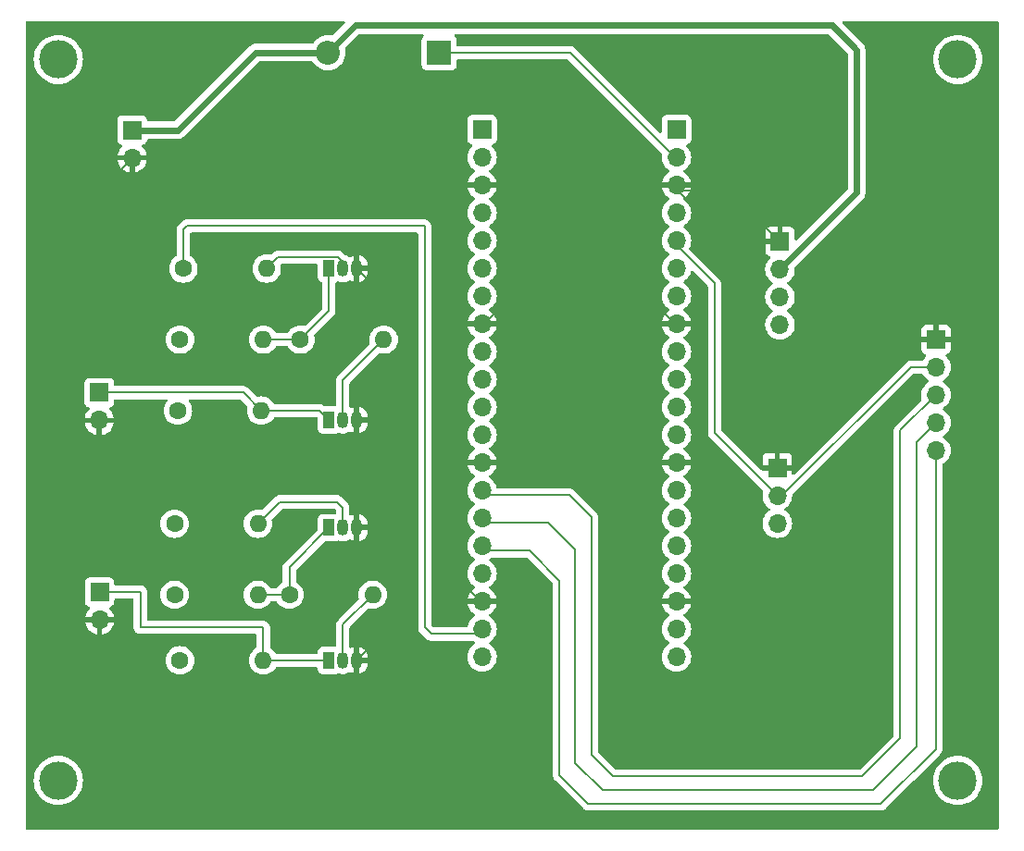
<source format=gbl>
G04 #@! TF.GenerationSoftware,KiCad,Pcbnew,8.0.7-8.0.7-0~ubuntu22.04.1*
G04 #@! TF.CreationDate,2025-01-05T09:50:44-03:00*
G04 #@! TF.ProjectId,fenix-controlador-de-ressolda,66656e69-782d-4636-9f6e-74726f6c6164,rev?*
G04 #@! TF.SameCoordinates,Original*
G04 #@! TF.FileFunction,Copper,L4,Bot*
G04 #@! TF.FilePolarity,Positive*
%FSLAX46Y46*%
G04 Gerber Fmt 4.6, Leading zero omitted, Abs format (unit mm)*
G04 Created by KiCad (PCBNEW 8.0.7-8.0.7-0~ubuntu22.04.1) date 2025-01-05 09:50:44*
%MOMM*%
%LPD*%
G01*
G04 APERTURE LIST*
G04 #@! TA.AperFunction,ComponentPad*
%ADD10C,3.500000*%
G04 #@! TD*
G04 #@! TA.AperFunction,ComponentPad*
%ADD11R,1.700000X1.700000*%
G04 #@! TD*
G04 #@! TA.AperFunction,ComponentPad*
%ADD12O,1.700000X1.700000*%
G04 #@! TD*
G04 #@! TA.AperFunction,ComponentPad*
%ADD13C,1.600000*%
G04 #@! TD*
G04 #@! TA.AperFunction,ComponentPad*
%ADD14O,1.600000X1.600000*%
G04 #@! TD*
G04 #@! TA.AperFunction,ComponentPad*
%ADD15R,1.050000X1.500000*%
G04 #@! TD*
G04 #@! TA.AperFunction,ComponentPad*
%ADD16O,1.050000X1.500000*%
G04 #@! TD*
G04 #@! TA.AperFunction,ComponentPad*
%ADD17R,2.200000X2.200000*%
G04 #@! TD*
G04 #@! TA.AperFunction,ComponentPad*
%ADD18O,2.200000X2.200000*%
G04 #@! TD*
G04 #@! TA.AperFunction,ViaPad*
%ADD19C,0.600000*%
G04 #@! TD*
G04 #@! TA.AperFunction,Conductor*
%ADD20C,0.600000*%
G04 #@! TD*
G04 #@! TA.AperFunction,Conductor*
%ADD21C,0.200000*%
G04 #@! TD*
G04 #@! TA.AperFunction,Conductor*
%ADD22C,0.127000*%
G04 #@! TD*
G04 APERTURE END LIST*
D10*
X103470000Y-64840000D03*
X103470000Y-130840000D03*
X185720000Y-130840000D03*
X185720000Y-64840000D03*
D11*
X107245000Y-113590000D03*
D12*
X107245000Y-116130000D03*
D11*
X169470000Y-81510000D03*
D12*
X169470000Y-84050000D03*
X169470000Y-86590000D03*
X169470000Y-89130000D03*
X160000000Y-119517500D03*
X160000000Y-116977500D03*
X160000000Y-114437500D03*
X160000000Y-111897500D03*
X160000000Y-109357500D03*
X160000000Y-106817500D03*
X160000000Y-104277500D03*
X160000000Y-101737500D03*
X160000000Y-99197500D03*
X160000000Y-96657500D03*
X160000000Y-94117500D03*
X160000000Y-91577500D03*
X160000000Y-89037500D03*
X160000000Y-86497500D03*
X160000000Y-83957500D03*
X160000000Y-81417500D03*
X160000000Y-78877500D03*
X160000000Y-76337500D03*
X160000000Y-73797500D03*
D11*
X160000000Y-71257500D03*
D13*
X114100000Y-113840000D03*
D14*
X121720000Y-113840000D03*
D11*
X169220000Y-102220000D03*
D12*
X169220000Y-104760000D03*
X169220000Y-107300000D03*
D13*
X114600000Y-90480000D03*
D14*
X122220000Y-90480000D03*
D15*
X128220000Y-119840000D03*
D16*
X129490000Y-119840000D03*
X130760000Y-119840000D03*
D11*
X142220000Y-71257500D03*
D12*
X142220000Y-73797500D03*
X142220000Y-76337500D03*
X142220000Y-78877500D03*
X142220000Y-81417500D03*
X142220000Y-83957500D03*
X142220000Y-86497500D03*
X142220000Y-89037500D03*
X142220000Y-91577500D03*
X142220000Y-94117500D03*
X142220000Y-96657500D03*
X142220000Y-99197500D03*
X142220000Y-101737500D03*
X142220000Y-104277500D03*
X142220000Y-106817500D03*
X142220000Y-109357500D03*
X142220000Y-111897500D03*
X142220000Y-114437500D03*
X142220000Y-116977500D03*
X142220000Y-119517500D03*
D13*
X114410000Y-96980000D03*
D14*
X122030000Y-96980000D03*
D13*
X124600000Y-113840000D03*
D14*
X132220000Y-113840000D03*
D15*
X128220000Y-107700000D03*
D16*
X129490000Y-107700000D03*
X130760000Y-107700000D03*
D11*
X107220000Y-95340000D03*
D12*
X107220000Y-97880000D03*
D13*
X114600000Y-119840000D03*
D14*
X122220000Y-119840000D03*
D15*
X128220000Y-83980000D03*
D16*
X129490000Y-83980000D03*
X130760000Y-83980000D03*
D13*
X125600000Y-90480000D03*
D14*
X133220000Y-90480000D03*
D15*
X128220000Y-97840000D03*
D16*
X129490000Y-97840000D03*
X130760000Y-97840000D03*
D13*
X114910000Y-83980000D03*
D14*
X122530000Y-83980000D03*
D11*
X110220000Y-71300000D03*
D12*
X110220000Y-73840000D03*
D13*
X114100000Y-107340000D03*
D14*
X121720000Y-107340000D03*
D17*
X138300000Y-64220000D03*
D18*
X128140000Y-64220000D03*
D11*
X183720000Y-90470000D03*
D12*
X183720000Y-93010000D03*
X183720000Y-95550000D03*
X183720000Y-98090000D03*
X183720000Y-100630000D03*
D19*
X115220000Y-73840000D03*
D20*
X169470000Y-84050000D02*
X176470000Y-77050000D01*
X174220000Y-61720000D02*
X130640000Y-61720000D01*
X176470000Y-77050000D02*
X176470000Y-63970000D01*
X176470000Y-63970000D02*
X174220000Y-61720000D01*
X130640000Y-61720000D02*
X128140000Y-64220000D01*
D21*
X142220000Y-109820000D02*
X146570000Y-109820000D01*
X149320000Y-130385686D02*
X151924314Y-132990000D01*
X146570000Y-109820000D02*
X149320000Y-112570000D01*
X149320000Y-112570000D02*
X149320000Y-130385686D01*
X151924314Y-132990000D02*
X178700000Y-132990000D01*
X178700000Y-132990000D02*
X183720000Y-127970000D01*
X183720000Y-127970000D02*
X183720000Y-100630000D01*
X142220000Y-107280000D02*
X148280000Y-107280000D01*
X148280000Y-107280000D02*
X150720000Y-109720000D01*
X150720000Y-109720000D02*
X150720000Y-129220000D01*
X150720000Y-129220000D02*
X153220000Y-131720000D01*
X177970000Y-131720000D02*
X181970000Y-127720000D01*
X153220000Y-131720000D02*
X177970000Y-131720000D01*
X181970000Y-127720000D02*
X181970000Y-99840000D01*
X181970000Y-99840000D02*
X183720000Y-98090000D01*
X142220000Y-104740000D02*
X150240000Y-104740000D01*
X150240000Y-104740000D02*
X152220000Y-106720000D01*
X152220000Y-106720000D02*
X152220000Y-128470000D01*
X180470000Y-126970000D02*
X180470000Y-98800000D01*
X152220000Y-128470000D02*
X154220000Y-130470000D01*
X154220000Y-130470000D02*
X176970000Y-130470000D01*
X176970000Y-130470000D02*
X180470000Y-126970000D01*
X180470000Y-98800000D02*
X183720000Y-95550000D01*
X160000000Y-73930000D02*
X160000000Y-74260000D01*
X138300000Y-64220000D02*
X150290000Y-64220000D01*
X150290000Y-64220000D02*
X160000000Y-73930000D01*
D20*
X114390000Y-71300000D02*
X121470000Y-64220000D01*
X110220000Y-71300000D02*
X114390000Y-71300000D01*
X121470000Y-64220000D02*
X128140000Y-64220000D01*
D21*
X164970000Y-89340000D02*
X164970000Y-81770000D01*
X160370000Y-76840000D02*
X164800000Y-76840000D01*
X135470000Y-108090000D02*
X135470000Y-97840000D01*
X130760000Y-126050000D02*
X130760000Y-119840000D01*
X115220000Y-73840000D02*
X117850000Y-76470000D01*
X107245000Y-116130000D02*
X107245000Y-122365000D01*
X142220000Y-89170000D02*
X145720000Y-85670000D01*
X103220000Y-98340000D02*
X103680000Y-97880000D01*
X183720000Y-90470000D02*
X172470000Y-90470000D01*
X155470000Y-113470000D02*
X155470000Y-82220000D01*
X135470000Y-115130000D02*
X135470000Y-108090000D01*
X135220000Y-108090000D02*
X134830000Y-107700000D01*
X134830000Y-107700000D02*
X130760000Y-107700000D01*
X160000000Y-114570000D02*
X156570000Y-114570000D01*
X145720000Y-76470000D02*
X155470000Y-76470000D01*
X172470000Y-90470000D02*
X169220000Y-93720000D01*
X103220000Y-116090000D02*
X103220000Y-98840000D01*
X110970000Y-126090000D02*
X130720000Y-126090000D01*
X139470000Y-111820000D02*
X139470000Y-76470000D01*
X169220000Y-102195000D02*
X169220000Y-93590000D01*
X107245000Y-116130000D02*
X103260000Y-116130000D01*
X135470000Y-108090000D02*
X135220000Y-108090000D01*
X156570000Y-114570000D02*
X155470000Y-113470000D01*
X130760000Y-83755000D02*
X130760000Y-83980000D01*
X164800000Y-76840000D02*
X169470000Y-81510000D01*
X130760000Y-119840000D02*
X135470000Y-115130000D01*
X155470000Y-76470000D02*
X160000000Y-76470000D01*
X169220000Y-93590000D02*
X164970000Y-89340000D01*
X115220000Y-73840000D02*
X110220000Y-73840000D01*
X160000000Y-76800000D02*
X160000000Y-76470000D01*
X107245000Y-122365000D02*
X110970000Y-126090000D01*
X103260000Y-116130000D02*
X103220000Y-116090000D01*
D22*
X155470000Y-84640000D02*
X155470000Y-82220000D01*
D21*
X142220000Y-114570000D02*
X139470000Y-111820000D01*
X103220000Y-98840000D02*
X103220000Y-98340000D01*
X103680000Y-97880000D02*
X107220000Y-97880000D01*
X155470000Y-82220000D02*
X155470000Y-76470000D01*
X160000000Y-89170000D02*
X155470000Y-84640000D01*
X103220000Y-80840000D02*
X103220000Y-98840000D01*
X135470000Y-88690000D02*
X130760000Y-83980000D01*
X163095000Y-76840000D02*
X161150000Y-76840000D01*
X164970000Y-81770000D02*
X160000000Y-76800000D01*
X135470000Y-97840000D02*
X130760000Y-97840000D01*
X117850000Y-76470000D02*
X139470000Y-76470000D01*
X145720000Y-85670000D02*
X145720000Y-76470000D01*
X110220000Y-73840000D02*
X103220000Y-80840000D01*
X169220000Y-93720000D02*
X169220000Y-93590000D01*
X139470000Y-76470000D02*
X145720000Y-76470000D01*
X135470000Y-97840000D02*
X135470000Y-88690000D01*
X160000000Y-76470000D02*
X160370000Y-76840000D01*
X169470000Y-102445000D02*
X169220000Y-102195000D01*
X160000000Y-81550000D02*
X160000000Y-81880000D01*
X163470000Y-98985000D02*
X169470000Y-104985000D01*
X163470000Y-85350000D02*
X163470000Y-98985000D01*
X181445000Y-93010000D02*
X183720000Y-93010000D01*
X160000000Y-81880000D02*
X163470000Y-85350000D01*
X169470000Y-104985000D02*
X181445000Y-93010000D01*
X122530000Y-83980000D02*
X123580000Y-82930000D01*
X129045000Y-82930000D02*
X129490000Y-83375000D01*
X123580000Y-82930000D02*
X129045000Y-82930000D01*
X129490000Y-83375000D02*
X129490000Y-83980000D01*
X128970000Y-105340000D02*
X129490000Y-105860000D01*
X123720000Y-105340000D02*
X128970000Y-105340000D01*
X129490000Y-105860000D02*
X129490000Y-107700000D01*
X121720000Y-107340000D02*
X123720000Y-105340000D01*
X115220000Y-80090000D02*
X136970000Y-80090000D01*
X141890000Y-117440000D02*
X142220000Y-117110000D01*
X114910000Y-80400000D02*
X115220000Y-80090000D01*
X137570000Y-117440000D02*
X141890000Y-117440000D01*
X136970000Y-80090000D02*
X136970000Y-116840000D01*
X114910000Y-83980000D02*
X114910000Y-80400000D01*
X136970000Y-116840000D02*
X137570000Y-117440000D01*
X128220000Y-87860000D02*
X125600000Y-90480000D01*
X125600000Y-90480000D02*
X122220000Y-90480000D01*
X128220000Y-83980000D02*
X128220000Y-87860000D01*
X129490000Y-94210000D02*
X129490000Y-97840000D01*
X133220000Y-90480000D02*
X129490000Y-94210000D01*
X121720000Y-113840000D02*
X124600000Y-113840000D01*
X124600000Y-113840000D02*
X124600000Y-111320000D01*
X124600000Y-111320000D02*
X128220000Y-107700000D01*
X129490000Y-116570000D02*
X129490000Y-119840000D01*
X132220000Y-113840000D02*
X129490000Y-116570000D01*
X127360000Y-96980000D02*
X128220000Y-97840000D01*
X122030000Y-96980000D02*
X127360000Y-96980000D01*
X107220000Y-95340000D02*
X120390000Y-95340000D01*
X120390000Y-95340000D02*
X122030000Y-96980000D01*
X110970000Y-116840000D02*
X122220000Y-116840000D01*
X110970000Y-113590000D02*
X110970000Y-116840000D01*
X122220000Y-116840000D02*
X122220000Y-119840000D01*
X122220000Y-119840000D02*
X128220000Y-119840000D01*
X107245000Y-113590000D02*
X110970000Y-113590000D01*
G04 #@! TA.AperFunction,Conductor*
G36*
X129655099Y-61360185D02*
G01*
X129700854Y-61412989D01*
X129710798Y-61482147D01*
X129681773Y-61545703D01*
X129675741Y-61552181D01*
X128603512Y-62624408D01*
X128542189Y-62657893D01*
X128486884Y-62657301D01*
X128391151Y-62634317D01*
X128140000Y-62614551D01*
X127888848Y-62634317D01*
X127643889Y-62693126D01*
X127411140Y-62789533D01*
X127196346Y-62921160D01*
X127196343Y-62921161D01*
X127004776Y-63084776D01*
X126841162Y-63276343D01*
X126789721Y-63360289D01*
X126737909Y-63407165D01*
X126683993Y-63419500D01*
X121391155Y-63419500D01*
X121236510Y-63450261D01*
X121236498Y-63450264D01*
X121090827Y-63510602D01*
X121090814Y-63510609D01*
X120959711Y-63598210D01*
X120959707Y-63598213D01*
X114094741Y-70463181D01*
X114033418Y-70496666D01*
X114007060Y-70499500D01*
X111692351Y-70499500D01*
X111625312Y-70479815D01*
X111579557Y-70427011D01*
X111569061Y-70388752D01*
X111564091Y-70342516D01*
X111513797Y-70207671D01*
X111513793Y-70207664D01*
X111427547Y-70092455D01*
X111427544Y-70092452D01*
X111312335Y-70006206D01*
X111312328Y-70006202D01*
X111177482Y-69955908D01*
X111177483Y-69955908D01*
X111117883Y-69949501D01*
X111117881Y-69949500D01*
X111117873Y-69949500D01*
X111117864Y-69949500D01*
X109322129Y-69949500D01*
X109322123Y-69949501D01*
X109262516Y-69955908D01*
X109127671Y-70006202D01*
X109127664Y-70006206D01*
X109012455Y-70092452D01*
X109012452Y-70092455D01*
X108926206Y-70207664D01*
X108926202Y-70207671D01*
X108875908Y-70342517D01*
X108869501Y-70402116D01*
X108869500Y-70402135D01*
X108869500Y-72197870D01*
X108869501Y-72197876D01*
X108875908Y-72257483D01*
X108926202Y-72392328D01*
X108926206Y-72392335D01*
X109012452Y-72507544D01*
X109012455Y-72507547D01*
X109127664Y-72593793D01*
X109127671Y-72593797D01*
X109148568Y-72601591D01*
X109259598Y-72643002D01*
X109315531Y-72684873D01*
X109339949Y-72750337D01*
X109325098Y-72818610D01*
X109303947Y-72846865D01*
X109181886Y-72968926D01*
X109046400Y-73162420D01*
X109046399Y-73162422D01*
X108946570Y-73376507D01*
X108946567Y-73376513D01*
X108889364Y-73589999D01*
X108889364Y-73590000D01*
X109786988Y-73590000D01*
X109754075Y-73647007D01*
X109720000Y-73774174D01*
X109720000Y-73905826D01*
X109754075Y-74032993D01*
X109786988Y-74090000D01*
X108889364Y-74090000D01*
X108946567Y-74303486D01*
X108946570Y-74303492D01*
X109046399Y-74517578D01*
X109181894Y-74711082D01*
X109348917Y-74878105D01*
X109542421Y-75013600D01*
X109756507Y-75113429D01*
X109756516Y-75113433D01*
X109970000Y-75170634D01*
X109970000Y-74273012D01*
X110027007Y-74305925D01*
X110154174Y-74340000D01*
X110285826Y-74340000D01*
X110412993Y-74305925D01*
X110470000Y-74273012D01*
X110470000Y-75170633D01*
X110683483Y-75113433D01*
X110683492Y-75113429D01*
X110897578Y-75013600D01*
X111091082Y-74878105D01*
X111258105Y-74711082D01*
X111393600Y-74517578D01*
X111493429Y-74303492D01*
X111493432Y-74303486D01*
X111550636Y-74090000D01*
X110653012Y-74090000D01*
X110685925Y-74032993D01*
X110720000Y-73905826D01*
X110720000Y-73774174D01*
X110685925Y-73647007D01*
X110653012Y-73590000D01*
X111550636Y-73590000D01*
X111550635Y-73589999D01*
X111493432Y-73376513D01*
X111493429Y-73376507D01*
X111393600Y-73162422D01*
X111393599Y-73162420D01*
X111258113Y-72968926D01*
X111258108Y-72968920D01*
X111136053Y-72846865D01*
X111102568Y-72785542D01*
X111107552Y-72715850D01*
X111149424Y-72659917D01*
X111180400Y-72643002D01*
X111312331Y-72593796D01*
X111427546Y-72507546D01*
X111513796Y-72392331D01*
X111564091Y-72257483D01*
X111569062Y-72211242D01*
X111595799Y-72146694D01*
X111653191Y-72106846D01*
X111692351Y-72100500D01*
X114468844Y-72100500D01*
X114468845Y-72100499D01*
X114623497Y-72069737D01*
X114769179Y-72009394D01*
X114900289Y-71921789D01*
X121765259Y-65056819D01*
X121826582Y-65023334D01*
X121852940Y-65020500D01*
X126683993Y-65020500D01*
X126751032Y-65040185D01*
X126789719Y-65079709D01*
X126841164Y-65163659D01*
X127004776Y-65355224D01*
X127153066Y-65481875D01*
X127196343Y-65518838D01*
X127196346Y-65518839D01*
X127411140Y-65650466D01*
X127643889Y-65746873D01*
X127888852Y-65805683D01*
X128140000Y-65825449D01*
X128391148Y-65805683D01*
X128636111Y-65746873D01*
X128868859Y-65650466D01*
X129083659Y-65518836D01*
X129275224Y-65355224D01*
X129438836Y-65163659D01*
X129570466Y-64948859D01*
X129666873Y-64716111D01*
X129725683Y-64471148D01*
X129745449Y-64220000D01*
X129725683Y-63968852D01*
X129702698Y-63873113D01*
X129706189Y-63803331D01*
X129735589Y-63756487D01*
X130935259Y-62556819D01*
X130996582Y-62523334D01*
X131022940Y-62520500D01*
X136793106Y-62520500D01*
X136860145Y-62540185D01*
X136905900Y-62592989D01*
X136915844Y-62662147D01*
X136886819Y-62725703D01*
X136867418Y-62743766D01*
X136842452Y-62762455D01*
X136756206Y-62877664D01*
X136756202Y-62877671D01*
X136705908Y-63012517D01*
X136699501Y-63072116D01*
X136699501Y-63072123D01*
X136699500Y-63072135D01*
X136699500Y-65367870D01*
X136699501Y-65367876D01*
X136705908Y-65427483D01*
X136756202Y-65562328D01*
X136756206Y-65562335D01*
X136842452Y-65677544D01*
X136842455Y-65677547D01*
X136957664Y-65763793D01*
X136957671Y-65763797D01*
X137092517Y-65814091D01*
X137092516Y-65814091D01*
X137099444Y-65814835D01*
X137152127Y-65820500D01*
X139447872Y-65820499D01*
X139507483Y-65814091D01*
X139642331Y-65763796D01*
X139757546Y-65677546D01*
X139843796Y-65562331D01*
X139894091Y-65427483D01*
X139900500Y-65367873D01*
X139900500Y-64944500D01*
X139920185Y-64877461D01*
X139972989Y-64831706D01*
X140024500Y-64820500D01*
X149989903Y-64820500D01*
X150056942Y-64840185D01*
X150077584Y-64856819D01*
X158639233Y-73418469D01*
X158672718Y-73479792D01*
X158671328Y-73538238D01*
X158667057Y-73554176D01*
X158664937Y-73562091D01*
X158664936Y-73562097D01*
X158644341Y-73797499D01*
X158644341Y-73797500D01*
X158664936Y-74032903D01*
X158664938Y-74032913D01*
X158726094Y-74261155D01*
X158726096Y-74261159D01*
X158726097Y-74261163D01*
X158825965Y-74475330D01*
X158825967Y-74475334D01*
X158961501Y-74668895D01*
X158961506Y-74668902D01*
X159128597Y-74835993D01*
X159128603Y-74835998D01*
X159314594Y-74966230D01*
X159358219Y-75020807D01*
X159365413Y-75090305D01*
X159333890Y-75152660D01*
X159314595Y-75169380D01*
X159128922Y-75299390D01*
X159128920Y-75299391D01*
X158961891Y-75466420D01*
X158961886Y-75466426D01*
X158826400Y-75659920D01*
X158826399Y-75659922D01*
X158726570Y-75874007D01*
X158726567Y-75874013D01*
X158669364Y-76087499D01*
X158669364Y-76087500D01*
X159566988Y-76087500D01*
X159534075Y-76144507D01*
X159500000Y-76271674D01*
X159500000Y-76403326D01*
X159534075Y-76530493D01*
X159566988Y-76587500D01*
X158669364Y-76587500D01*
X158726567Y-76800986D01*
X158726570Y-76800992D01*
X158826399Y-77015078D01*
X158961894Y-77208582D01*
X159128917Y-77375605D01*
X159314595Y-77505619D01*
X159358219Y-77560196D01*
X159365412Y-77629695D01*
X159333890Y-77692049D01*
X159314595Y-77708769D01*
X159128594Y-77839008D01*
X158961505Y-78006097D01*
X158825965Y-78199669D01*
X158825964Y-78199671D01*
X158726098Y-78413835D01*
X158726094Y-78413844D01*
X158664938Y-78642086D01*
X158664936Y-78642096D01*
X158644341Y-78877499D01*
X158644341Y-78877500D01*
X158664936Y-79112903D01*
X158664938Y-79112913D01*
X158726094Y-79341155D01*
X158726096Y-79341159D01*
X158726097Y-79341163D01*
X158825965Y-79555330D01*
X158942167Y-79721284D01*
X158961501Y-79748895D01*
X158961506Y-79748902D01*
X159128597Y-79915993D01*
X159128603Y-79915998D01*
X159314158Y-80045925D01*
X159357783Y-80100502D01*
X159364977Y-80170000D01*
X159333454Y-80232355D01*
X159314158Y-80249075D01*
X159128597Y-80379005D01*
X158961505Y-80546097D01*
X158825965Y-80739669D01*
X158825964Y-80739671D01*
X158726098Y-80953835D01*
X158726094Y-80953844D01*
X158664938Y-81182086D01*
X158664936Y-81182096D01*
X158644341Y-81417499D01*
X158644341Y-81417500D01*
X158664936Y-81652903D01*
X158664938Y-81652913D01*
X158726094Y-81881155D01*
X158726096Y-81881159D01*
X158726097Y-81881163D01*
X158786175Y-82010000D01*
X158825965Y-82095330D01*
X158825967Y-82095334D01*
X158961501Y-82288895D01*
X158961506Y-82288902D01*
X159128597Y-82455993D01*
X159128603Y-82455998D01*
X159314158Y-82585925D01*
X159357783Y-82640502D01*
X159364977Y-82710000D01*
X159333454Y-82772355D01*
X159314158Y-82789075D01*
X159128597Y-82919005D01*
X158961505Y-83086097D01*
X158825965Y-83279669D01*
X158825964Y-83279671D01*
X158726098Y-83493835D01*
X158726094Y-83493844D01*
X158664938Y-83722086D01*
X158664936Y-83722096D01*
X158644341Y-83957499D01*
X158644341Y-83957500D01*
X158664936Y-84192903D01*
X158664938Y-84192913D01*
X158726094Y-84421155D01*
X158726096Y-84421159D01*
X158726097Y-84421163D01*
X158764713Y-84503974D01*
X158825965Y-84635330D01*
X158825967Y-84635334D01*
X158961501Y-84828895D01*
X158961506Y-84828902D01*
X159128597Y-84995993D01*
X159128603Y-84995998D01*
X159314158Y-85125925D01*
X159357783Y-85180502D01*
X159364977Y-85250000D01*
X159333454Y-85312355D01*
X159314158Y-85329075D01*
X159128597Y-85459005D01*
X158961505Y-85626097D01*
X158825965Y-85819669D01*
X158825964Y-85819671D01*
X158726098Y-86033835D01*
X158726094Y-86033844D01*
X158664938Y-86262086D01*
X158664936Y-86262096D01*
X158644341Y-86497499D01*
X158644341Y-86497500D01*
X158664936Y-86732903D01*
X158664938Y-86732913D01*
X158726094Y-86961155D01*
X158726096Y-86961159D01*
X158726097Y-86961163D01*
X158769227Y-87053655D01*
X158825965Y-87175330D01*
X158825967Y-87175334D01*
X158961501Y-87368895D01*
X158961506Y-87368902D01*
X159128597Y-87535993D01*
X159128603Y-87535998D01*
X159314594Y-87666230D01*
X159358219Y-87720807D01*
X159365413Y-87790305D01*
X159333890Y-87852660D01*
X159314595Y-87869380D01*
X159128922Y-87999390D01*
X159128920Y-87999391D01*
X158961891Y-88166420D01*
X158961886Y-88166426D01*
X158826400Y-88359920D01*
X158826399Y-88359922D01*
X158726570Y-88574007D01*
X158726567Y-88574013D01*
X158669364Y-88787499D01*
X158669364Y-88787500D01*
X159566988Y-88787500D01*
X159534075Y-88844507D01*
X159500000Y-88971674D01*
X159500000Y-89103326D01*
X159534075Y-89230493D01*
X159566988Y-89287500D01*
X158669364Y-89287500D01*
X158726567Y-89500986D01*
X158726570Y-89500992D01*
X158826399Y-89715078D01*
X158961894Y-89908582D01*
X159128917Y-90075605D01*
X159314595Y-90205619D01*
X159358219Y-90260196D01*
X159365412Y-90329695D01*
X159333890Y-90392049D01*
X159314595Y-90408769D01*
X159128594Y-90539008D01*
X158961505Y-90706097D01*
X158825965Y-90899669D01*
X158825964Y-90899671D01*
X158726098Y-91113835D01*
X158726094Y-91113844D01*
X158664938Y-91342086D01*
X158664936Y-91342096D01*
X158644341Y-91577499D01*
X158644341Y-91577500D01*
X158664936Y-91812903D01*
X158664938Y-91812913D01*
X158726094Y-92041155D01*
X158726096Y-92041159D01*
X158726097Y-92041163D01*
X158771533Y-92138600D01*
X158825965Y-92255330D01*
X158825967Y-92255334D01*
X158961501Y-92448895D01*
X158961506Y-92448902D01*
X159128597Y-92615993D01*
X159128603Y-92615998D01*
X159314158Y-92745925D01*
X159357783Y-92800502D01*
X159364977Y-92870000D01*
X159333454Y-92932355D01*
X159314158Y-92949075D01*
X159128597Y-93079005D01*
X158961505Y-93246097D01*
X158825965Y-93439669D01*
X158825964Y-93439671D01*
X158726098Y-93653835D01*
X158726094Y-93653844D01*
X158664938Y-93882086D01*
X158664936Y-93882096D01*
X158644341Y-94117499D01*
X158644341Y-94117500D01*
X158664936Y-94352903D01*
X158664938Y-94352913D01*
X158726094Y-94581155D01*
X158726096Y-94581159D01*
X158726097Y-94581163D01*
X158819014Y-94780423D01*
X158825965Y-94795329D01*
X158825967Y-94795334D01*
X158934281Y-94950021D01*
X158949169Y-94971284D01*
X158961501Y-94988895D01*
X158961506Y-94988902D01*
X159128597Y-95155993D01*
X159128603Y-95155998D01*
X159314158Y-95285925D01*
X159357783Y-95340502D01*
X159364977Y-95410000D01*
X159333454Y-95472355D01*
X159314158Y-95489075D01*
X159128597Y-95619005D01*
X158961505Y-95786097D01*
X158825965Y-95979669D01*
X158825964Y-95979671D01*
X158726098Y-96193835D01*
X158726094Y-96193844D01*
X158664938Y-96422086D01*
X158664936Y-96422096D01*
X158644341Y-96657499D01*
X158644341Y-96657500D01*
X158664936Y-96892903D01*
X158664938Y-96892913D01*
X158726094Y-97121155D01*
X158726096Y-97121159D01*
X158726097Y-97121163D01*
X158816892Y-97315873D01*
X158825965Y-97335330D01*
X158825967Y-97335334D01*
X158889800Y-97426496D01*
X158951068Y-97513996D01*
X158961501Y-97528895D01*
X158961506Y-97528902D01*
X159128597Y-97695993D01*
X159128603Y-97695998D01*
X159314158Y-97825925D01*
X159357783Y-97880502D01*
X159364977Y-97950000D01*
X159333454Y-98012355D01*
X159314158Y-98029075D01*
X159128597Y-98159005D01*
X158961505Y-98326097D01*
X158825965Y-98519669D01*
X158825964Y-98519671D01*
X158726098Y-98733835D01*
X158726094Y-98733844D01*
X158664938Y-98962086D01*
X158664936Y-98962096D01*
X158644341Y-99197499D01*
X158644341Y-99197500D01*
X158664936Y-99432903D01*
X158664938Y-99432913D01*
X158726094Y-99661155D01*
X158726096Y-99661159D01*
X158726097Y-99661163D01*
X158825965Y-99875330D01*
X158825967Y-99875334D01*
X158961501Y-100068895D01*
X158961506Y-100068902D01*
X159128597Y-100235993D01*
X159128603Y-100235998D01*
X159314594Y-100366230D01*
X159358219Y-100420807D01*
X159365413Y-100490305D01*
X159333890Y-100552660D01*
X159314595Y-100569380D01*
X159128922Y-100699390D01*
X159128920Y-100699391D01*
X158961891Y-100866420D01*
X158961886Y-100866426D01*
X158826400Y-101059920D01*
X158826399Y-101059922D01*
X158726570Y-101274007D01*
X158726567Y-101274013D01*
X158669364Y-101487499D01*
X158669364Y-101487500D01*
X159566988Y-101487500D01*
X159534075Y-101544507D01*
X159500000Y-101671674D01*
X159500000Y-101803326D01*
X159534075Y-101930493D01*
X159566988Y-101987500D01*
X158669364Y-101987500D01*
X158726567Y-102200986D01*
X158726570Y-102200992D01*
X158826399Y-102415078D01*
X158961894Y-102608582D01*
X159128917Y-102775605D01*
X159314595Y-102905619D01*
X159358219Y-102960196D01*
X159365412Y-103029695D01*
X159333890Y-103092049D01*
X159314595Y-103108769D01*
X159128594Y-103239008D01*
X158961505Y-103406097D01*
X158825965Y-103599669D01*
X158825964Y-103599671D01*
X158726098Y-103813835D01*
X158726094Y-103813844D01*
X158664938Y-104042086D01*
X158664936Y-104042096D01*
X158644341Y-104277499D01*
X158644341Y-104277500D01*
X158664936Y-104512903D01*
X158664938Y-104512913D01*
X158726094Y-104741155D01*
X158726096Y-104741159D01*
X158726097Y-104741163D01*
X158781270Y-104859481D01*
X158825965Y-104955330D01*
X158825967Y-104955334D01*
X158961501Y-105148895D01*
X158961506Y-105148902D01*
X159128597Y-105315993D01*
X159128603Y-105315998D01*
X159314158Y-105445925D01*
X159357783Y-105500502D01*
X159364977Y-105570000D01*
X159333454Y-105632355D01*
X159314158Y-105649075D01*
X159128597Y-105779005D01*
X158961505Y-105946097D01*
X158825965Y-106139669D01*
X158825964Y-106139671D01*
X158769154Y-106261501D01*
X158727288Y-106351284D01*
X158726098Y-106353835D01*
X158726094Y-106353844D01*
X158664938Y-106582086D01*
X158664936Y-106582096D01*
X158644341Y-106817499D01*
X158644341Y-106817500D01*
X158664936Y-107052903D01*
X158664938Y-107052913D01*
X158726094Y-107281155D01*
X158726096Y-107281159D01*
X158726097Y-107281163D01*
X158825965Y-107495330D01*
X158825967Y-107495334D01*
X158961501Y-107688895D01*
X158961506Y-107688902D01*
X159128597Y-107855993D01*
X159128603Y-107855998D01*
X159314158Y-107985925D01*
X159357783Y-108040502D01*
X159364977Y-108110000D01*
X159333454Y-108172355D01*
X159314158Y-108189075D01*
X159128597Y-108319005D01*
X158961505Y-108486097D01*
X158825965Y-108679669D01*
X158825964Y-108679671D01*
X158746235Y-108850652D01*
X158728098Y-108889547D01*
X158726098Y-108893835D01*
X158726094Y-108893844D01*
X158664938Y-109122086D01*
X158664936Y-109122096D01*
X158644341Y-109357499D01*
X158644341Y-109357500D01*
X158664936Y-109592903D01*
X158664938Y-109592913D01*
X158726094Y-109821155D01*
X158726096Y-109821159D01*
X158726097Y-109821163D01*
X158794911Y-109968735D01*
X158825965Y-110035330D01*
X158825967Y-110035334D01*
X158961501Y-110228895D01*
X158961506Y-110228902D01*
X159128597Y-110395993D01*
X159128603Y-110395998D01*
X159314158Y-110525925D01*
X159357783Y-110580502D01*
X159364977Y-110650000D01*
X159333454Y-110712355D01*
X159314158Y-110729075D01*
X159128597Y-110859005D01*
X158961505Y-111026097D01*
X158825965Y-111219669D01*
X158825964Y-111219671D01*
X158726098Y-111433835D01*
X158726094Y-111433844D01*
X158664938Y-111662086D01*
X158664936Y-111662096D01*
X158644341Y-111897499D01*
X158644341Y-111897500D01*
X158664936Y-112132903D01*
X158664938Y-112132913D01*
X158726094Y-112361155D01*
X158726096Y-112361159D01*
X158726097Y-112361163D01*
X158747398Y-112406843D01*
X158825965Y-112575330D01*
X158825967Y-112575334D01*
X158961501Y-112768895D01*
X158961506Y-112768902D01*
X159128597Y-112935993D01*
X159128603Y-112935998D01*
X159314594Y-113066230D01*
X159358219Y-113120807D01*
X159365413Y-113190305D01*
X159333890Y-113252660D01*
X159314595Y-113269380D01*
X159128922Y-113399390D01*
X159128920Y-113399391D01*
X158961891Y-113566420D01*
X158961886Y-113566426D01*
X158826400Y-113759920D01*
X158826399Y-113759922D01*
X158726570Y-113974007D01*
X158726567Y-113974013D01*
X158669364Y-114187499D01*
X158669364Y-114187500D01*
X159566988Y-114187500D01*
X159534075Y-114244507D01*
X159500000Y-114371674D01*
X159500000Y-114503326D01*
X159534075Y-114630493D01*
X159566988Y-114687500D01*
X158669364Y-114687500D01*
X158726567Y-114900986D01*
X158726570Y-114900992D01*
X158826399Y-115115078D01*
X158961894Y-115308582D01*
X159128917Y-115475605D01*
X159314595Y-115605619D01*
X159358219Y-115660196D01*
X159365412Y-115729695D01*
X159333890Y-115792049D01*
X159314595Y-115808769D01*
X159128594Y-115939008D01*
X158961505Y-116106097D01*
X158825965Y-116299669D01*
X158825964Y-116299671D01*
X158726098Y-116513835D01*
X158726094Y-116513844D01*
X158664938Y-116742086D01*
X158664936Y-116742096D01*
X158644341Y-116977499D01*
X158644341Y-116977500D01*
X158664936Y-117212903D01*
X158664938Y-117212913D01*
X158726094Y-117441155D01*
X158726096Y-117441159D01*
X158726097Y-117441163D01*
X158735177Y-117460634D01*
X158825965Y-117655330D01*
X158825967Y-117655334D01*
X158961501Y-117848895D01*
X158961506Y-117848902D01*
X159128597Y-118015993D01*
X159128603Y-118015998D01*
X159314158Y-118145925D01*
X159357783Y-118200502D01*
X159364977Y-118270000D01*
X159333454Y-118332355D01*
X159314158Y-118349075D01*
X159128597Y-118479005D01*
X158961505Y-118646097D01*
X158825965Y-118839669D01*
X158825964Y-118839671D01*
X158726098Y-119053835D01*
X158726094Y-119053844D01*
X158664938Y-119282086D01*
X158664936Y-119282096D01*
X158644341Y-119517499D01*
X158644341Y-119517500D01*
X158664936Y-119752903D01*
X158664938Y-119752913D01*
X158726094Y-119981155D01*
X158726096Y-119981159D01*
X158726097Y-119981163D01*
X158776849Y-120090000D01*
X158825965Y-120195330D01*
X158825967Y-120195334D01*
X158889800Y-120286496D01*
X158961505Y-120388901D01*
X159128599Y-120555995D01*
X159225384Y-120623765D01*
X159322165Y-120691532D01*
X159322167Y-120691533D01*
X159322170Y-120691535D01*
X159536337Y-120791403D01*
X159764592Y-120852563D01*
X159952918Y-120869039D01*
X159999999Y-120873159D01*
X160000000Y-120873159D01*
X160000001Y-120873159D01*
X160039234Y-120869726D01*
X160235408Y-120852563D01*
X160463663Y-120791403D01*
X160677830Y-120691535D01*
X160871401Y-120555995D01*
X161038495Y-120388901D01*
X161174035Y-120195330D01*
X161273903Y-119981163D01*
X161335063Y-119752908D01*
X161355659Y-119517500D01*
X161355352Y-119513996D01*
X161344811Y-119393511D01*
X161335063Y-119282092D01*
X161273903Y-119053837D01*
X161174035Y-118839671D01*
X161159444Y-118818832D01*
X161038494Y-118646097D01*
X160871402Y-118479006D01*
X160871396Y-118479001D01*
X160685842Y-118349075D01*
X160642217Y-118294498D01*
X160635023Y-118225000D01*
X160666546Y-118162645D01*
X160685842Y-118145925D01*
X160836404Y-118040500D01*
X160871401Y-118015995D01*
X161038495Y-117848901D01*
X161174035Y-117655330D01*
X161273903Y-117441163D01*
X161335063Y-117212908D01*
X161355659Y-116977500D01*
X161335063Y-116742092D01*
X161273903Y-116513837D01*
X161174035Y-116299671D01*
X161165931Y-116288096D01*
X161038494Y-116106097D01*
X160871402Y-115939006D01*
X160871401Y-115939005D01*
X160685405Y-115808769D01*
X160641781Y-115754192D01*
X160634588Y-115684693D01*
X160666110Y-115622339D01*
X160685405Y-115605619D01*
X160871082Y-115475605D01*
X161038105Y-115308582D01*
X161173600Y-115115078D01*
X161273429Y-114900992D01*
X161273432Y-114900986D01*
X161330636Y-114687500D01*
X160433012Y-114687500D01*
X160465925Y-114630493D01*
X160500000Y-114503326D01*
X160500000Y-114371674D01*
X160465925Y-114244507D01*
X160433012Y-114187500D01*
X161330636Y-114187500D01*
X161330635Y-114187499D01*
X161273432Y-113974013D01*
X161273429Y-113974007D01*
X161173600Y-113759922D01*
X161173599Y-113759920D01*
X161038113Y-113566426D01*
X161038108Y-113566420D01*
X160871078Y-113399390D01*
X160685405Y-113269379D01*
X160641780Y-113214802D01*
X160634588Y-113145304D01*
X160666110Y-113082949D01*
X160685406Y-113066230D01*
X160871401Y-112935995D01*
X161038495Y-112768901D01*
X161174035Y-112575330D01*
X161273903Y-112361163D01*
X161335063Y-112132908D01*
X161355659Y-111897500D01*
X161335063Y-111662092D01*
X161273903Y-111433837D01*
X161174035Y-111219671D01*
X161038495Y-111026099D01*
X161038494Y-111026097D01*
X160871402Y-110859006D01*
X160871396Y-110859001D01*
X160685842Y-110729075D01*
X160642217Y-110674498D01*
X160635023Y-110605000D01*
X160666546Y-110542645D01*
X160685842Y-110525925D01*
X160836404Y-110420500D01*
X160871401Y-110395995D01*
X161038495Y-110228901D01*
X161174035Y-110035330D01*
X161273903Y-109821163D01*
X161335063Y-109592908D01*
X161355659Y-109357500D01*
X161335063Y-109122092D01*
X161273903Y-108893837D01*
X161174035Y-108679671D01*
X161142801Y-108635063D01*
X161038494Y-108486097D01*
X160871402Y-108319006D01*
X160871396Y-108319001D01*
X160685842Y-108189075D01*
X160642217Y-108134498D01*
X160635023Y-108065000D01*
X160666546Y-108002645D01*
X160685842Y-107985925D01*
X160808291Y-107900185D01*
X160871401Y-107855995D01*
X161038495Y-107688901D01*
X161174035Y-107495330D01*
X161273903Y-107281163D01*
X161335063Y-107052908D01*
X161355659Y-106817500D01*
X161354920Y-106809059D01*
X161343527Y-106678832D01*
X161335063Y-106582092D01*
X161273903Y-106353837D01*
X161174035Y-106139671D01*
X161169882Y-106133739D01*
X161038494Y-105946097D01*
X160871402Y-105779006D01*
X160871396Y-105779001D01*
X160685842Y-105649075D01*
X160642217Y-105594498D01*
X160635023Y-105525000D01*
X160666546Y-105462645D01*
X160685842Y-105445925D01*
X160786920Y-105375149D01*
X160871401Y-105315995D01*
X161038495Y-105148901D01*
X161174035Y-104955330D01*
X161273903Y-104741163D01*
X161335063Y-104512908D01*
X161355659Y-104277500D01*
X161335063Y-104042092D01*
X161273903Y-103813837D01*
X161174035Y-103599671D01*
X161085041Y-103472573D01*
X161038494Y-103406097D01*
X160871402Y-103239006D01*
X160871401Y-103239005D01*
X160685405Y-103108769D01*
X160641781Y-103054192D01*
X160634588Y-102984693D01*
X160666110Y-102922339D01*
X160685405Y-102905619D01*
X160871082Y-102775605D01*
X161038105Y-102608582D01*
X161173600Y-102415078D01*
X161273429Y-102200992D01*
X161273432Y-102200986D01*
X161330636Y-101987500D01*
X160433012Y-101987500D01*
X160465925Y-101930493D01*
X160500000Y-101803326D01*
X160500000Y-101671674D01*
X160465925Y-101544507D01*
X160433012Y-101487500D01*
X161330636Y-101487500D01*
X161330635Y-101487499D01*
X161273432Y-101274013D01*
X161273429Y-101274007D01*
X161173600Y-101059922D01*
X161173599Y-101059920D01*
X161038113Y-100866426D01*
X161038108Y-100866420D01*
X160871078Y-100699390D01*
X160685405Y-100569379D01*
X160641780Y-100514802D01*
X160634588Y-100445304D01*
X160666110Y-100382949D01*
X160685406Y-100366230D01*
X160871401Y-100235995D01*
X161038495Y-100068901D01*
X161174035Y-99875330D01*
X161273903Y-99661163D01*
X161335063Y-99432908D01*
X161355659Y-99197500D01*
X161335063Y-98962092D01*
X161273903Y-98733837D01*
X161174035Y-98519671D01*
X161163399Y-98504480D01*
X161038494Y-98326097D01*
X160871402Y-98159006D01*
X160871396Y-98159001D01*
X160685842Y-98029075D01*
X160642217Y-97974498D01*
X160635023Y-97905000D01*
X160666546Y-97842645D01*
X160685842Y-97825925D01*
X160736248Y-97790630D01*
X160871401Y-97695995D01*
X161038495Y-97528901D01*
X161174035Y-97335330D01*
X161273903Y-97121163D01*
X161335063Y-96892908D01*
X161355659Y-96657500D01*
X161335063Y-96422092D01*
X161273903Y-96193837D01*
X161174035Y-95979671D01*
X161146608Y-95940500D01*
X161038494Y-95786097D01*
X160871402Y-95619006D01*
X160871396Y-95619001D01*
X160685842Y-95489075D01*
X160642217Y-95434498D01*
X160635023Y-95365000D01*
X160666546Y-95302645D01*
X160685842Y-95285925D01*
X160708026Y-95270391D01*
X160871401Y-95155995D01*
X161038495Y-94988901D01*
X161174035Y-94795330D01*
X161273903Y-94581163D01*
X161335063Y-94352908D01*
X161355659Y-94117500D01*
X161335063Y-93882092D01*
X161273903Y-93653837D01*
X161174035Y-93439671D01*
X161038495Y-93246099D01*
X161038494Y-93246097D01*
X160871402Y-93079006D01*
X160871396Y-93079001D01*
X160685842Y-92949075D01*
X160642217Y-92894498D01*
X160635023Y-92825000D01*
X160666546Y-92762645D01*
X160685842Y-92745925D01*
X160708026Y-92730391D01*
X160871401Y-92615995D01*
X161038495Y-92448901D01*
X161174035Y-92255330D01*
X161273903Y-92041163D01*
X161335063Y-91812908D01*
X161355659Y-91577500D01*
X161335063Y-91342092D01*
X161273903Y-91113837D01*
X161174035Y-90899671D01*
X161155207Y-90872781D01*
X161038494Y-90706097D01*
X160871402Y-90539006D01*
X160871401Y-90539005D01*
X160685405Y-90408769D01*
X160641781Y-90354192D01*
X160634588Y-90284693D01*
X160666110Y-90222339D01*
X160685405Y-90205619D01*
X160871082Y-90075605D01*
X161038105Y-89908582D01*
X161173600Y-89715078D01*
X161273429Y-89500992D01*
X161273432Y-89500986D01*
X161330636Y-89287500D01*
X160433012Y-89287500D01*
X160465925Y-89230493D01*
X160500000Y-89103326D01*
X160500000Y-88971674D01*
X160465925Y-88844507D01*
X160433012Y-88787500D01*
X161330636Y-88787500D01*
X161330635Y-88787499D01*
X161273432Y-88574013D01*
X161273429Y-88574007D01*
X161173600Y-88359922D01*
X161173599Y-88359920D01*
X161038113Y-88166426D01*
X161038108Y-88166420D01*
X160871078Y-87999390D01*
X160685405Y-87869379D01*
X160641780Y-87814802D01*
X160634588Y-87745304D01*
X160666110Y-87682949D01*
X160685406Y-87666230D01*
X160739300Y-87628493D01*
X160871401Y-87535995D01*
X161038495Y-87368901D01*
X161174035Y-87175330D01*
X161273903Y-86961163D01*
X161335063Y-86732908D01*
X161355659Y-86497500D01*
X161335063Y-86262092D01*
X161273903Y-86033837D01*
X161174035Y-85819671D01*
X161038495Y-85626099D01*
X161038494Y-85626097D01*
X160871402Y-85459006D01*
X160871396Y-85459001D01*
X160685842Y-85329075D01*
X160642217Y-85274498D01*
X160635023Y-85205000D01*
X160666546Y-85142645D01*
X160685842Y-85125925D01*
X160740653Y-85087546D01*
X160871401Y-84995995D01*
X161038495Y-84828901D01*
X161174035Y-84635330D01*
X161273903Y-84421163D01*
X161306654Y-84298932D01*
X161343019Y-84239273D01*
X161405865Y-84208743D01*
X161475241Y-84217037D01*
X161514110Y-84243345D01*
X162833181Y-85562416D01*
X162866666Y-85623739D01*
X162869500Y-85650097D01*
X162869500Y-98898330D01*
X162869499Y-98898348D01*
X162869499Y-99064054D01*
X162869498Y-99064054D01*
X162869499Y-99064057D01*
X162910423Y-99216785D01*
X162910424Y-99216787D01*
X162910423Y-99216787D01*
X162923538Y-99239501D01*
X162923539Y-99239503D01*
X162989475Y-99353709D01*
X162989481Y-99353717D01*
X163108349Y-99472585D01*
X163108355Y-99472590D01*
X167892516Y-104256751D01*
X167926001Y-104318074D01*
X167924610Y-104376524D01*
X167884939Y-104524583D01*
X167884936Y-104524596D01*
X167864341Y-104759999D01*
X167864341Y-104760000D01*
X167884936Y-104995403D01*
X167884938Y-104995413D01*
X167946094Y-105223655D01*
X167946096Y-105223659D01*
X167946097Y-105223663D01*
X168011036Y-105362925D01*
X168045965Y-105437830D01*
X168045967Y-105437834D01*
X168154281Y-105592521D01*
X168179273Y-105628214D01*
X168181501Y-105631395D01*
X168181506Y-105631402D01*
X168348597Y-105798493D01*
X168348603Y-105798498D01*
X168534158Y-105928425D01*
X168577783Y-105983002D01*
X168584977Y-106052500D01*
X168553454Y-106114855D01*
X168534158Y-106131575D01*
X168348597Y-106261505D01*
X168181505Y-106428597D01*
X168045965Y-106622169D01*
X168045964Y-106622171D01*
X167946098Y-106836335D01*
X167946094Y-106836344D01*
X167884938Y-107064586D01*
X167884936Y-107064596D01*
X167864341Y-107299999D01*
X167864341Y-107300000D01*
X167884936Y-107535403D01*
X167884938Y-107535413D01*
X167946094Y-107763655D01*
X167946096Y-107763659D01*
X167946097Y-107763663D01*
X168011036Y-107902925D01*
X168045965Y-107977830D01*
X168045967Y-107977834D01*
X168154281Y-108132521D01*
X168181505Y-108171401D01*
X168348599Y-108338495D01*
X168445384Y-108406265D01*
X168542165Y-108474032D01*
X168542167Y-108474033D01*
X168542170Y-108474035D01*
X168756337Y-108573903D01*
X168756343Y-108573904D01*
X168756344Y-108573905D01*
X168773131Y-108578403D01*
X168984592Y-108635063D01*
X169172918Y-108651539D01*
X169219999Y-108655659D01*
X169220000Y-108655659D01*
X169220001Y-108655659D01*
X169259234Y-108652226D01*
X169455408Y-108635063D01*
X169683663Y-108573903D01*
X169897830Y-108474035D01*
X170091401Y-108338495D01*
X170258495Y-108171401D01*
X170394035Y-107977830D01*
X170493903Y-107763663D01*
X170555063Y-107535408D01*
X170575659Y-107300000D01*
X170555063Y-107064592D01*
X170493903Y-106836337D01*
X170394035Y-106622171D01*
X170365975Y-106582096D01*
X170258494Y-106428597D01*
X170091402Y-106261506D01*
X170091396Y-106261501D01*
X169905842Y-106131575D01*
X169862217Y-106076998D01*
X169855023Y-106007500D01*
X169886546Y-105945145D01*
X169905842Y-105928425D01*
X169928026Y-105912891D01*
X170091401Y-105798495D01*
X170258495Y-105631401D01*
X170394035Y-105437830D01*
X170493903Y-105223663D01*
X170555063Y-104995408D01*
X170574738Y-104770520D01*
X170600190Y-104705453D01*
X170610577Y-104693656D01*
X181657416Y-93646819D01*
X181718739Y-93613334D01*
X181745097Y-93610500D01*
X182430909Y-93610500D01*
X182497948Y-93630185D01*
X182543292Y-93682097D01*
X182545965Y-93687830D01*
X182653415Y-93841284D01*
X182681501Y-93881395D01*
X182681506Y-93881402D01*
X182848597Y-94048493D01*
X182848603Y-94048498D01*
X183034158Y-94178425D01*
X183077783Y-94233002D01*
X183084977Y-94302500D01*
X183053454Y-94364855D01*
X183034158Y-94381575D01*
X182848597Y-94511505D01*
X182681505Y-94678597D01*
X182545965Y-94872169D01*
X182545964Y-94872171D01*
X182446098Y-95086335D01*
X182446094Y-95086344D01*
X182384938Y-95314586D01*
X182384936Y-95314596D01*
X182364341Y-95549999D01*
X182364341Y-95550000D01*
X182384936Y-95785403D01*
X182384938Y-95785413D01*
X182419327Y-95913756D01*
X182417664Y-95983606D01*
X182387233Y-96033530D01*
X180101286Y-98319478D01*
X179989481Y-98431282D01*
X179989480Y-98431284D01*
X179947220Y-98504481D01*
X179910423Y-98568215D01*
X179869499Y-98720943D01*
X179869499Y-98720945D01*
X179869499Y-98889046D01*
X179869500Y-98889059D01*
X179869500Y-126669903D01*
X179849815Y-126736942D01*
X179833181Y-126757584D01*
X176757584Y-129833181D01*
X176696261Y-129866666D01*
X176669903Y-129869500D01*
X154520097Y-129869500D01*
X154453058Y-129849815D01*
X154432416Y-129833181D01*
X152856819Y-128257584D01*
X152823334Y-128196261D01*
X152820500Y-128169903D01*
X152820500Y-106809059D01*
X152820501Y-106809046D01*
X152820501Y-106640945D01*
X152820501Y-106640943D01*
X152779577Y-106488215D01*
X152757225Y-106449501D01*
X152745157Y-106428598D01*
X152745156Y-106428597D01*
X152700521Y-106351286D01*
X152700520Y-106351284D01*
X152588716Y-106239480D01*
X152588715Y-106239479D01*
X152584385Y-106235149D01*
X152584374Y-106235139D01*
X150727590Y-104378355D01*
X150727588Y-104378352D01*
X150608717Y-104259481D01*
X150608716Y-104259480D01*
X150521904Y-104209360D01*
X150521904Y-104209359D01*
X150521900Y-104209358D01*
X150471785Y-104180423D01*
X150319057Y-104139499D01*
X150160943Y-104139499D01*
X150153347Y-104139499D01*
X150153331Y-104139500D01*
X143676287Y-104139500D01*
X143609248Y-104119815D01*
X143563493Y-104067011D01*
X143557299Y-104047097D01*
X143556464Y-104047321D01*
X143493905Y-103813844D01*
X143493904Y-103813843D01*
X143493903Y-103813837D01*
X143394035Y-103599671D01*
X143305041Y-103472573D01*
X143258494Y-103406097D01*
X143091402Y-103239006D01*
X143091401Y-103239005D01*
X142905405Y-103108769D01*
X142861781Y-103054192D01*
X142854588Y-102984693D01*
X142886110Y-102922339D01*
X142905405Y-102905619D01*
X143091082Y-102775605D01*
X143258105Y-102608582D01*
X143393600Y-102415078D01*
X143493429Y-102200992D01*
X143493432Y-102200986D01*
X143550636Y-101987500D01*
X142653012Y-101987500D01*
X142685925Y-101930493D01*
X142720000Y-101803326D01*
X142720000Y-101671674D01*
X142685925Y-101544507D01*
X142653012Y-101487500D01*
X143550636Y-101487500D01*
X143550635Y-101487499D01*
X143493432Y-101274013D01*
X143493429Y-101274007D01*
X143393600Y-101059922D01*
X143393599Y-101059920D01*
X143258113Y-100866426D01*
X143258108Y-100866420D01*
X143091078Y-100699390D01*
X142905405Y-100569379D01*
X142861780Y-100514802D01*
X142854588Y-100445304D01*
X142886110Y-100382949D01*
X142905406Y-100366230D01*
X143091401Y-100235995D01*
X143258495Y-100068901D01*
X143394035Y-99875330D01*
X143493903Y-99661163D01*
X143555063Y-99432908D01*
X143575659Y-99197500D01*
X143555063Y-98962092D01*
X143493903Y-98733837D01*
X143394035Y-98519671D01*
X143383399Y-98504480D01*
X143258494Y-98326097D01*
X143091402Y-98159006D01*
X143091396Y-98159001D01*
X142905842Y-98029075D01*
X142862217Y-97974498D01*
X142855023Y-97905000D01*
X142886546Y-97842645D01*
X142905842Y-97825925D01*
X142956248Y-97790630D01*
X143091401Y-97695995D01*
X143258495Y-97528901D01*
X143394035Y-97335330D01*
X143493903Y-97121163D01*
X143555063Y-96892908D01*
X143575659Y-96657500D01*
X143555063Y-96422092D01*
X143493903Y-96193837D01*
X143394035Y-95979671D01*
X143366608Y-95940500D01*
X143258494Y-95786097D01*
X143091402Y-95619006D01*
X143091396Y-95619001D01*
X142905842Y-95489075D01*
X142862217Y-95434498D01*
X142855023Y-95365000D01*
X142886546Y-95302645D01*
X142905842Y-95285925D01*
X142928026Y-95270391D01*
X143091401Y-95155995D01*
X143258495Y-94988901D01*
X143394035Y-94795330D01*
X143493903Y-94581163D01*
X143555063Y-94352908D01*
X143575659Y-94117500D01*
X143555063Y-93882092D01*
X143493903Y-93653837D01*
X143394035Y-93439671D01*
X143258495Y-93246099D01*
X143258494Y-93246097D01*
X143091402Y-93079006D01*
X143091396Y-93079001D01*
X142905842Y-92949075D01*
X142862217Y-92894498D01*
X142855023Y-92825000D01*
X142886546Y-92762645D01*
X142905842Y-92745925D01*
X142928026Y-92730391D01*
X143091401Y-92615995D01*
X143258495Y-92448901D01*
X143394035Y-92255330D01*
X143493903Y-92041163D01*
X143555063Y-91812908D01*
X143575659Y-91577500D01*
X143555063Y-91342092D01*
X143493903Y-91113837D01*
X143394035Y-90899671D01*
X143375207Y-90872781D01*
X143258494Y-90706097D01*
X143091402Y-90539006D01*
X143091401Y-90539005D01*
X142905405Y-90408769D01*
X142861781Y-90354192D01*
X142854588Y-90284693D01*
X142886110Y-90222339D01*
X142905405Y-90205619D01*
X143091082Y-90075605D01*
X143258105Y-89908582D01*
X143393600Y-89715078D01*
X143493429Y-89500992D01*
X143493432Y-89500986D01*
X143550636Y-89287500D01*
X142653012Y-89287500D01*
X142685925Y-89230493D01*
X142720000Y-89103326D01*
X142720000Y-88971674D01*
X142685925Y-88844507D01*
X142653012Y-88787500D01*
X143550636Y-88787500D01*
X143550635Y-88787499D01*
X143493432Y-88574013D01*
X143493429Y-88574007D01*
X143393600Y-88359922D01*
X143393599Y-88359920D01*
X143258113Y-88166426D01*
X143258108Y-88166420D01*
X143091078Y-87999390D01*
X142905405Y-87869379D01*
X142861780Y-87814802D01*
X142854588Y-87745304D01*
X142886110Y-87682949D01*
X142905406Y-87666230D01*
X142959300Y-87628493D01*
X143091401Y-87535995D01*
X143258495Y-87368901D01*
X143394035Y-87175330D01*
X143493903Y-86961163D01*
X143555063Y-86732908D01*
X143575659Y-86497500D01*
X143555063Y-86262092D01*
X143493903Y-86033837D01*
X143394035Y-85819671D01*
X143258495Y-85626099D01*
X143258494Y-85626097D01*
X143091402Y-85459006D01*
X143091396Y-85459001D01*
X142905842Y-85329075D01*
X142862217Y-85274498D01*
X142855023Y-85205000D01*
X142886546Y-85142645D01*
X142905842Y-85125925D01*
X142960653Y-85087546D01*
X143091401Y-84995995D01*
X143258495Y-84828901D01*
X143394035Y-84635330D01*
X143493903Y-84421163D01*
X143555063Y-84192908D01*
X143575659Y-83957500D01*
X143555063Y-83722092D01*
X143508626Y-83548785D01*
X143493905Y-83493844D01*
X143493904Y-83493843D01*
X143493903Y-83493837D01*
X143394035Y-83279671D01*
X143386904Y-83269486D01*
X143258494Y-83086097D01*
X143091402Y-82919006D01*
X143091396Y-82919001D01*
X142905842Y-82789075D01*
X142862217Y-82734498D01*
X142855023Y-82665000D01*
X142886546Y-82602645D01*
X142905842Y-82585925D01*
X142941033Y-82561284D01*
X143091401Y-82455995D01*
X143258495Y-82288901D01*
X143394035Y-82095330D01*
X143493903Y-81881163D01*
X143555063Y-81652908D01*
X143575659Y-81417500D01*
X143555063Y-81182092D01*
X143493903Y-80953837D01*
X143394035Y-80739671D01*
X143359606Y-80690500D01*
X143258494Y-80546097D01*
X143091402Y-80379006D01*
X143091396Y-80379001D01*
X142905842Y-80249075D01*
X142862217Y-80194498D01*
X142855023Y-80125000D01*
X142886546Y-80062645D01*
X142905842Y-80045925D01*
X142955801Y-80010943D01*
X143091401Y-79915995D01*
X143258495Y-79748901D01*
X143394035Y-79555330D01*
X143493903Y-79341163D01*
X143555063Y-79112908D01*
X143575659Y-78877500D01*
X143555063Y-78642092D01*
X143493903Y-78413837D01*
X143394035Y-78199671D01*
X143258495Y-78006099D01*
X143258494Y-78006097D01*
X143091402Y-77839006D01*
X143091401Y-77839005D01*
X142905405Y-77708769D01*
X142861781Y-77654192D01*
X142854588Y-77584693D01*
X142886110Y-77522339D01*
X142905405Y-77505619D01*
X143091082Y-77375605D01*
X143258105Y-77208582D01*
X143393600Y-77015078D01*
X143493429Y-76800992D01*
X143493432Y-76800986D01*
X143550636Y-76587500D01*
X142653012Y-76587500D01*
X142685925Y-76530493D01*
X142720000Y-76403326D01*
X142720000Y-76271674D01*
X142685925Y-76144507D01*
X142653012Y-76087500D01*
X143550636Y-76087500D01*
X143550635Y-76087499D01*
X143493432Y-75874013D01*
X143493429Y-75874007D01*
X143393600Y-75659922D01*
X143393599Y-75659920D01*
X143258113Y-75466426D01*
X143258108Y-75466420D01*
X143091078Y-75299390D01*
X142905405Y-75169379D01*
X142861780Y-75114802D01*
X142854588Y-75045304D01*
X142886110Y-74982949D01*
X142905406Y-74966230D01*
X143091401Y-74835995D01*
X143258495Y-74668901D01*
X143394035Y-74475330D01*
X143493903Y-74261163D01*
X143555063Y-74032908D01*
X143575659Y-73797500D01*
X143555063Y-73562092D01*
X143493903Y-73333837D01*
X143394035Y-73119671D01*
X143288478Y-72968920D01*
X143258496Y-72926100D01*
X143258495Y-72926099D01*
X143136567Y-72804171D01*
X143103084Y-72742851D01*
X143108068Y-72673159D01*
X143149939Y-72617225D01*
X143180915Y-72600310D01*
X143312331Y-72551296D01*
X143427546Y-72465046D01*
X143513796Y-72349831D01*
X143564091Y-72214983D01*
X143570500Y-72155373D01*
X143570499Y-70359628D01*
X143564091Y-70300017D01*
X143529647Y-70207669D01*
X143513797Y-70165171D01*
X143513793Y-70165164D01*
X143427547Y-70049955D01*
X143427544Y-70049952D01*
X143312335Y-69963706D01*
X143312328Y-69963702D01*
X143177482Y-69913408D01*
X143177483Y-69913408D01*
X143117883Y-69907001D01*
X143117881Y-69907000D01*
X143117873Y-69907000D01*
X143117864Y-69907000D01*
X141322129Y-69907000D01*
X141322123Y-69907001D01*
X141262516Y-69913408D01*
X141127671Y-69963702D01*
X141127664Y-69963706D01*
X141012455Y-70049952D01*
X141012452Y-70049955D01*
X140926206Y-70165164D01*
X140926202Y-70165171D01*
X140875908Y-70300017D01*
X140869501Y-70359616D01*
X140869501Y-70359623D01*
X140869500Y-70359635D01*
X140869500Y-72155370D01*
X140869501Y-72155376D01*
X140875908Y-72214983D01*
X140926202Y-72349828D01*
X140926206Y-72349835D01*
X141012452Y-72465044D01*
X141012455Y-72465047D01*
X141127664Y-72551293D01*
X141127671Y-72551297D01*
X141259081Y-72600310D01*
X141315015Y-72642181D01*
X141339432Y-72707645D01*
X141324580Y-72775918D01*
X141303430Y-72804173D01*
X141181503Y-72926100D01*
X141045965Y-73119669D01*
X141045964Y-73119671D01*
X140946098Y-73333835D01*
X140946094Y-73333844D01*
X140884938Y-73562086D01*
X140884936Y-73562096D01*
X140864341Y-73797499D01*
X140864341Y-73797500D01*
X140884936Y-74032903D01*
X140884938Y-74032913D01*
X140946094Y-74261155D01*
X140946096Y-74261159D01*
X140946097Y-74261163D01*
X141045965Y-74475330D01*
X141045967Y-74475334D01*
X141181501Y-74668895D01*
X141181506Y-74668902D01*
X141348597Y-74835993D01*
X141348603Y-74835998D01*
X141534594Y-74966230D01*
X141578219Y-75020807D01*
X141585413Y-75090305D01*
X141553890Y-75152660D01*
X141534595Y-75169380D01*
X141348922Y-75299390D01*
X141348920Y-75299391D01*
X141181891Y-75466420D01*
X141181886Y-75466426D01*
X141046400Y-75659920D01*
X141046399Y-75659922D01*
X140946570Y-75874007D01*
X140946567Y-75874013D01*
X140889364Y-76087499D01*
X140889364Y-76087500D01*
X141786988Y-76087500D01*
X141754075Y-76144507D01*
X141720000Y-76271674D01*
X141720000Y-76403326D01*
X141754075Y-76530493D01*
X141786988Y-76587500D01*
X140889364Y-76587500D01*
X140946567Y-76800986D01*
X140946570Y-76800992D01*
X141046399Y-77015078D01*
X141181894Y-77208582D01*
X141348917Y-77375605D01*
X141534595Y-77505619D01*
X141578219Y-77560196D01*
X141585412Y-77629695D01*
X141553890Y-77692049D01*
X141534595Y-77708769D01*
X141348594Y-77839008D01*
X141181505Y-78006097D01*
X141045965Y-78199669D01*
X141045964Y-78199671D01*
X140946098Y-78413835D01*
X140946094Y-78413844D01*
X140884938Y-78642086D01*
X140884936Y-78642096D01*
X140864341Y-78877499D01*
X140864341Y-78877500D01*
X140884936Y-79112903D01*
X140884938Y-79112913D01*
X140946094Y-79341155D01*
X140946096Y-79341159D01*
X140946097Y-79341163D01*
X141045965Y-79555330D01*
X141162167Y-79721284D01*
X141181501Y-79748895D01*
X141181506Y-79748902D01*
X141348597Y-79915993D01*
X141348603Y-79915998D01*
X141534158Y-80045925D01*
X141577783Y-80100502D01*
X141584977Y-80170000D01*
X141553454Y-80232355D01*
X141534158Y-80249075D01*
X141348597Y-80379005D01*
X141181505Y-80546097D01*
X141045965Y-80739669D01*
X141045964Y-80739671D01*
X140946098Y-80953835D01*
X140946094Y-80953844D01*
X140884938Y-81182086D01*
X140884936Y-81182096D01*
X140864341Y-81417499D01*
X140864341Y-81417500D01*
X140884936Y-81652903D01*
X140884938Y-81652913D01*
X140946094Y-81881155D01*
X140946096Y-81881159D01*
X140946097Y-81881163D01*
X141006175Y-82010000D01*
X141045965Y-82095330D01*
X141045967Y-82095334D01*
X141181501Y-82288895D01*
X141181506Y-82288902D01*
X141348597Y-82455993D01*
X141348603Y-82455998D01*
X141534158Y-82585925D01*
X141577783Y-82640502D01*
X141584977Y-82710000D01*
X141553454Y-82772355D01*
X141534158Y-82789075D01*
X141348597Y-82919005D01*
X141181505Y-83086097D01*
X141045965Y-83279669D01*
X141045964Y-83279671D01*
X140946098Y-83493835D01*
X140946094Y-83493844D01*
X140884938Y-83722086D01*
X140884936Y-83722096D01*
X140864341Y-83957499D01*
X140864341Y-83957500D01*
X140884936Y-84192903D01*
X140884938Y-84192913D01*
X140946094Y-84421155D01*
X140946096Y-84421159D01*
X140946097Y-84421163D01*
X140984713Y-84503974D01*
X141045965Y-84635330D01*
X141045967Y-84635334D01*
X141181501Y-84828895D01*
X141181506Y-84828902D01*
X141348597Y-84995993D01*
X141348603Y-84995998D01*
X141534158Y-85125925D01*
X141577783Y-85180502D01*
X141584977Y-85250000D01*
X141553454Y-85312355D01*
X141534158Y-85329075D01*
X141348597Y-85459005D01*
X141181505Y-85626097D01*
X141045965Y-85819669D01*
X141045964Y-85819671D01*
X140946098Y-86033835D01*
X140946094Y-86033844D01*
X140884938Y-86262086D01*
X140884936Y-86262096D01*
X140864341Y-86497499D01*
X140864341Y-86497500D01*
X140884936Y-86732903D01*
X140884938Y-86732913D01*
X140946094Y-86961155D01*
X140946096Y-86961159D01*
X140946097Y-86961163D01*
X140989227Y-87053655D01*
X141045965Y-87175330D01*
X141045967Y-87175334D01*
X141181501Y-87368895D01*
X141181506Y-87368902D01*
X141348597Y-87535993D01*
X141348603Y-87535998D01*
X141534594Y-87666230D01*
X141578219Y-87720807D01*
X141585413Y-87790305D01*
X141553890Y-87852660D01*
X141534595Y-87869380D01*
X141348922Y-87999390D01*
X141348920Y-87999391D01*
X141181891Y-88166420D01*
X141181886Y-88166426D01*
X141046400Y-88359920D01*
X141046399Y-88359922D01*
X140946570Y-88574007D01*
X140946567Y-88574013D01*
X140889364Y-88787499D01*
X140889364Y-88787500D01*
X141786988Y-88787500D01*
X141754075Y-88844507D01*
X141720000Y-88971674D01*
X141720000Y-89103326D01*
X141754075Y-89230493D01*
X141786988Y-89287500D01*
X140889364Y-89287500D01*
X140946567Y-89500986D01*
X140946570Y-89500992D01*
X141046399Y-89715078D01*
X141181894Y-89908582D01*
X141348917Y-90075605D01*
X141534595Y-90205619D01*
X141578219Y-90260196D01*
X141585412Y-90329695D01*
X141553890Y-90392049D01*
X141534595Y-90408769D01*
X141348594Y-90539008D01*
X141181505Y-90706097D01*
X141045965Y-90899669D01*
X141045964Y-90899671D01*
X140946098Y-91113835D01*
X140946094Y-91113844D01*
X140884938Y-91342086D01*
X140884936Y-91342096D01*
X140864341Y-91577499D01*
X140864341Y-91577500D01*
X140884936Y-91812903D01*
X140884938Y-91812913D01*
X140946094Y-92041155D01*
X140946096Y-92041159D01*
X140946097Y-92041163D01*
X140991533Y-92138600D01*
X141045965Y-92255330D01*
X141045967Y-92255334D01*
X141181501Y-92448895D01*
X141181506Y-92448902D01*
X141348597Y-92615993D01*
X141348603Y-92615998D01*
X141534158Y-92745925D01*
X141577783Y-92800502D01*
X141584977Y-92870000D01*
X141553454Y-92932355D01*
X141534158Y-92949075D01*
X141348597Y-93079005D01*
X141181505Y-93246097D01*
X141045965Y-93439669D01*
X141045964Y-93439671D01*
X140946098Y-93653835D01*
X140946094Y-93653844D01*
X140884938Y-93882086D01*
X140884936Y-93882096D01*
X140864341Y-94117499D01*
X140864341Y-94117500D01*
X140884936Y-94352903D01*
X140884938Y-94352913D01*
X140946094Y-94581155D01*
X140946096Y-94581159D01*
X140946097Y-94581163D01*
X141039014Y-94780423D01*
X141045965Y-94795329D01*
X141045967Y-94795334D01*
X141154281Y-94950021D01*
X141169169Y-94971284D01*
X141181501Y-94988895D01*
X141181506Y-94988902D01*
X141348597Y-95155993D01*
X141348603Y-95155998D01*
X141534158Y-95285925D01*
X141577783Y-95340502D01*
X141584977Y-95410000D01*
X141553454Y-95472355D01*
X141534158Y-95489075D01*
X141348597Y-95619005D01*
X141181505Y-95786097D01*
X141045965Y-95979669D01*
X141045964Y-95979671D01*
X140946098Y-96193835D01*
X140946094Y-96193844D01*
X140884938Y-96422086D01*
X140884936Y-96422096D01*
X140864341Y-96657499D01*
X140864341Y-96657500D01*
X140884936Y-96892903D01*
X140884938Y-96892913D01*
X140946094Y-97121155D01*
X140946096Y-97121159D01*
X140946097Y-97121163D01*
X141036892Y-97315873D01*
X141045965Y-97335330D01*
X141045967Y-97335334D01*
X141109800Y-97426496D01*
X141171068Y-97513996D01*
X141181501Y-97528895D01*
X141181506Y-97528902D01*
X141348597Y-97695993D01*
X141348603Y-97695998D01*
X141534158Y-97825925D01*
X141577783Y-97880502D01*
X141584977Y-97950000D01*
X141553454Y-98012355D01*
X141534158Y-98029075D01*
X141348597Y-98159005D01*
X141181505Y-98326097D01*
X141045965Y-98519669D01*
X141045964Y-98519671D01*
X140946098Y-98733835D01*
X140946094Y-98733844D01*
X140884938Y-98962086D01*
X140884936Y-98962096D01*
X140864341Y-99197499D01*
X140864341Y-99197500D01*
X140884936Y-99432903D01*
X140884938Y-99432913D01*
X140946094Y-99661155D01*
X140946096Y-99661159D01*
X140946097Y-99661163D01*
X141045965Y-99875330D01*
X141045967Y-99875334D01*
X141181501Y-100068895D01*
X141181506Y-100068902D01*
X141348597Y-100235993D01*
X141348603Y-100235998D01*
X141534594Y-100366230D01*
X141578219Y-100420807D01*
X141585413Y-100490305D01*
X141553890Y-100552660D01*
X141534595Y-100569380D01*
X141348922Y-100699390D01*
X141348920Y-100699391D01*
X141181891Y-100866420D01*
X141181886Y-100866426D01*
X141046400Y-101059920D01*
X141046399Y-101059922D01*
X140946570Y-101274007D01*
X140946567Y-101274013D01*
X140889364Y-101487499D01*
X140889364Y-101487500D01*
X141786988Y-101487500D01*
X141754075Y-101544507D01*
X141720000Y-101671674D01*
X141720000Y-101803326D01*
X141754075Y-101930493D01*
X141786988Y-101987500D01*
X140889364Y-101987500D01*
X140946567Y-102200986D01*
X140946570Y-102200992D01*
X141046399Y-102415078D01*
X141181894Y-102608582D01*
X141348917Y-102775605D01*
X141534595Y-102905619D01*
X141578219Y-102960196D01*
X141585412Y-103029695D01*
X141553890Y-103092049D01*
X141534595Y-103108769D01*
X141348594Y-103239008D01*
X141181505Y-103406097D01*
X141045965Y-103599669D01*
X141045964Y-103599671D01*
X140946098Y-103813835D01*
X140946094Y-103813844D01*
X140884938Y-104042086D01*
X140884936Y-104042096D01*
X140864341Y-104277499D01*
X140864341Y-104277500D01*
X140884936Y-104512903D01*
X140884938Y-104512913D01*
X140946094Y-104741155D01*
X140946096Y-104741159D01*
X140946097Y-104741163D01*
X141001270Y-104859481D01*
X141045965Y-104955330D01*
X141045967Y-104955334D01*
X141181501Y-105148895D01*
X141181506Y-105148902D01*
X141348597Y-105315993D01*
X141348603Y-105315998D01*
X141534158Y-105445925D01*
X141577783Y-105500502D01*
X141584977Y-105570000D01*
X141553454Y-105632355D01*
X141534158Y-105649075D01*
X141348597Y-105779005D01*
X141181505Y-105946097D01*
X141045965Y-106139669D01*
X141045964Y-106139671D01*
X140989154Y-106261501D01*
X140947288Y-106351284D01*
X140946098Y-106353835D01*
X140946094Y-106353844D01*
X140884938Y-106582086D01*
X140884936Y-106582096D01*
X140864341Y-106817499D01*
X140864341Y-106817500D01*
X140884936Y-107052903D01*
X140884938Y-107052913D01*
X140946094Y-107281155D01*
X140946096Y-107281159D01*
X140946097Y-107281163D01*
X141045965Y-107495330D01*
X141045967Y-107495334D01*
X141181501Y-107688895D01*
X141181506Y-107688902D01*
X141348597Y-107855993D01*
X141348603Y-107855998D01*
X141534158Y-107985925D01*
X141577783Y-108040502D01*
X141584977Y-108110000D01*
X141553454Y-108172355D01*
X141534158Y-108189075D01*
X141348597Y-108319005D01*
X141181505Y-108486097D01*
X141045965Y-108679669D01*
X141045964Y-108679671D01*
X140966235Y-108850652D01*
X140948098Y-108889547D01*
X140946098Y-108893835D01*
X140946094Y-108893844D01*
X140884938Y-109122086D01*
X140884936Y-109122096D01*
X140864341Y-109357499D01*
X140864341Y-109357500D01*
X140884936Y-109592903D01*
X140884938Y-109592913D01*
X140946094Y-109821155D01*
X140946096Y-109821159D01*
X140946097Y-109821163D01*
X141014911Y-109968735D01*
X141045965Y-110035330D01*
X141045967Y-110035334D01*
X141181501Y-110228895D01*
X141181506Y-110228902D01*
X141348597Y-110395993D01*
X141348603Y-110395998D01*
X141534158Y-110525925D01*
X141577783Y-110580502D01*
X141584977Y-110650000D01*
X141553454Y-110712355D01*
X141534158Y-110729075D01*
X141348597Y-110859005D01*
X141181505Y-111026097D01*
X141045965Y-111219669D01*
X141045964Y-111219671D01*
X140946098Y-111433835D01*
X140946094Y-111433844D01*
X140884938Y-111662086D01*
X140884936Y-111662096D01*
X140864341Y-111897499D01*
X140864341Y-111897500D01*
X140884936Y-112132903D01*
X140884938Y-112132913D01*
X140946094Y-112361155D01*
X140946096Y-112361159D01*
X140946097Y-112361163D01*
X140967398Y-112406843D01*
X141045965Y-112575330D01*
X141045967Y-112575334D01*
X141181501Y-112768895D01*
X141181506Y-112768902D01*
X141348597Y-112935993D01*
X141348603Y-112935998D01*
X141534594Y-113066230D01*
X141578219Y-113120807D01*
X141585413Y-113190305D01*
X141553890Y-113252660D01*
X141534595Y-113269380D01*
X141348922Y-113399390D01*
X141348920Y-113399391D01*
X141181891Y-113566420D01*
X141181886Y-113566426D01*
X141046400Y-113759920D01*
X141046399Y-113759922D01*
X140946570Y-113974007D01*
X140946567Y-113974013D01*
X140889364Y-114187499D01*
X140889364Y-114187500D01*
X141786988Y-114187500D01*
X141754075Y-114244507D01*
X141720000Y-114371674D01*
X141720000Y-114503326D01*
X141754075Y-114630493D01*
X141786988Y-114687500D01*
X140889364Y-114687500D01*
X140946567Y-114900986D01*
X140946570Y-114900992D01*
X141046399Y-115115078D01*
X141181894Y-115308582D01*
X141348917Y-115475605D01*
X141534595Y-115605619D01*
X141578219Y-115660196D01*
X141585412Y-115729695D01*
X141553890Y-115792049D01*
X141534595Y-115808769D01*
X141348594Y-115939008D01*
X141181505Y-116106097D01*
X141045965Y-116299669D01*
X141045964Y-116299671D01*
X140946098Y-116513835D01*
X140946094Y-116513844D01*
X140883536Y-116747321D01*
X140881062Y-116746658D01*
X140854791Y-116799648D01*
X140794839Y-116835530D01*
X140763713Y-116839500D01*
X137870097Y-116839500D01*
X137803058Y-116819815D01*
X137782416Y-116803181D01*
X137606819Y-116627584D01*
X137573334Y-116566261D01*
X137570500Y-116539903D01*
X137570500Y-80010945D01*
X137570500Y-80010943D01*
X137529577Y-79858216D01*
X137529573Y-79858209D01*
X137450524Y-79721290D01*
X137450518Y-79721282D01*
X137338717Y-79609481D01*
X137338709Y-79609475D01*
X137201790Y-79530426D01*
X137201786Y-79530424D01*
X137201784Y-79530423D01*
X137049057Y-79489500D01*
X115299057Y-79489500D01*
X115140942Y-79489500D01*
X114988215Y-79530423D01*
X114988214Y-79530423D01*
X114988212Y-79530424D01*
X114988209Y-79530425D01*
X114945076Y-79555329D01*
X114945074Y-79555330D01*
X114851290Y-79609475D01*
X114851282Y-79609481D01*
X114429481Y-80031282D01*
X114429480Y-80031284D01*
X114399947Y-80082437D01*
X114350423Y-80168215D01*
X114309499Y-80320943D01*
X114309499Y-80320945D01*
X114309499Y-80489046D01*
X114309500Y-80489059D01*
X114309500Y-82748306D01*
X114289815Y-82815345D01*
X114256623Y-82849881D01*
X114070859Y-82979953D01*
X113909954Y-83140858D01*
X113779432Y-83327265D01*
X113779431Y-83327267D01*
X113683261Y-83533502D01*
X113683258Y-83533511D01*
X113624366Y-83753302D01*
X113624364Y-83753313D01*
X113604532Y-83979998D01*
X113604532Y-83980001D01*
X113624364Y-84206686D01*
X113624366Y-84206697D01*
X113683258Y-84426488D01*
X113683261Y-84426497D01*
X113779431Y-84632732D01*
X113779432Y-84632734D01*
X113909954Y-84819141D01*
X114070858Y-84980045D01*
X114072629Y-84981285D01*
X114257266Y-85110568D01*
X114463504Y-85206739D01*
X114683308Y-85265635D01*
X114845230Y-85279801D01*
X114909998Y-85285468D01*
X114910000Y-85285468D01*
X114910002Y-85285468D01*
X114966673Y-85280509D01*
X115136692Y-85265635D01*
X115356496Y-85206739D01*
X115562734Y-85110568D01*
X115749139Y-84980047D01*
X115910047Y-84819139D01*
X116040568Y-84632734D01*
X116136739Y-84426496D01*
X116195635Y-84206692D01*
X116215468Y-83980000D01*
X116213499Y-83957499D01*
X116202804Y-83835255D01*
X116195635Y-83753308D01*
X116136739Y-83533504D01*
X116040568Y-83327266D01*
X115910047Y-83140861D01*
X115910045Y-83140858D01*
X115749140Y-82979953D01*
X115563377Y-82849881D01*
X115519752Y-82795304D01*
X115510500Y-82748306D01*
X115510500Y-80814500D01*
X115530185Y-80747461D01*
X115582989Y-80701706D01*
X115634500Y-80690500D01*
X136245500Y-80690500D01*
X136312539Y-80710185D01*
X136358294Y-80762989D01*
X136369500Y-80814500D01*
X136369500Y-116753330D01*
X136369499Y-116753348D01*
X136369499Y-116919054D01*
X136369498Y-116919054D01*
X136410423Y-117071785D01*
X136439358Y-117121900D01*
X136439359Y-117121904D01*
X136439360Y-117121904D01*
X136489479Y-117208714D01*
X136489481Y-117208717D01*
X136608349Y-117327585D01*
X136608355Y-117327590D01*
X137085139Y-117804374D01*
X137085149Y-117804385D01*
X137089479Y-117808715D01*
X137089480Y-117808716D01*
X137201284Y-117920520D01*
X137288095Y-117970639D01*
X137288097Y-117970641D01*
X137326151Y-117992611D01*
X137338215Y-117999577D01*
X137490943Y-118040500D01*
X137649057Y-118040500D01*
X141344498Y-118040500D01*
X141411537Y-118060185D01*
X141415621Y-118062925D01*
X141534158Y-118145925D01*
X141577783Y-118200502D01*
X141584977Y-118270000D01*
X141553454Y-118332355D01*
X141534158Y-118349075D01*
X141348597Y-118479005D01*
X141181505Y-118646097D01*
X141045965Y-118839669D01*
X141045964Y-118839671D01*
X140946098Y-119053835D01*
X140946094Y-119053844D01*
X140884938Y-119282086D01*
X140884936Y-119282096D01*
X140864341Y-119517499D01*
X140864341Y-119517500D01*
X140884936Y-119752903D01*
X140884938Y-119752913D01*
X140946094Y-119981155D01*
X140946096Y-119981159D01*
X140946097Y-119981163D01*
X140996849Y-120090000D01*
X141045965Y-120195330D01*
X141045967Y-120195334D01*
X141109800Y-120286496D01*
X141181505Y-120388901D01*
X141348599Y-120555995D01*
X141445384Y-120623765D01*
X141542165Y-120691532D01*
X141542167Y-120691533D01*
X141542170Y-120691535D01*
X141756337Y-120791403D01*
X141984592Y-120852563D01*
X142172918Y-120869039D01*
X142219999Y-120873159D01*
X142220000Y-120873159D01*
X142220001Y-120873159D01*
X142259234Y-120869726D01*
X142455408Y-120852563D01*
X142683663Y-120791403D01*
X142897830Y-120691535D01*
X143091401Y-120555995D01*
X143258495Y-120388901D01*
X143394035Y-120195330D01*
X143493903Y-119981163D01*
X143555063Y-119752908D01*
X143575659Y-119517500D01*
X143575352Y-119513996D01*
X143564811Y-119393511D01*
X143555063Y-119282092D01*
X143493903Y-119053837D01*
X143394035Y-118839671D01*
X143379444Y-118818832D01*
X143258494Y-118646097D01*
X143091402Y-118479006D01*
X143091396Y-118479001D01*
X142905842Y-118349075D01*
X142862217Y-118294498D01*
X142855023Y-118225000D01*
X142886546Y-118162645D01*
X142905842Y-118145925D01*
X143056404Y-118040500D01*
X143091401Y-118015995D01*
X143258495Y-117848901D01*
X143394035Y-117655330D01*
X143493903Y-117441163D01*
X143555063Y-117212908D01*
X143575659Y-116977500D01*
X143555063Y-116742092D01*
X143493903Y-116513837D01*
X143394035Y-116299671D01*
X143385931Y-116288096D01*
X143258494Y-116106097D01*
X143091402Y-115939006D01*
X143091401Y-115939005D01*
X142905405Y-115808769D01*
X142861781Y-115754192D01*
X142854588Y-115684693D01*
X142886110Y-115622339D01*
X142905405Y-115605619D01*
X143091082Y-115475605D01*
X143258105Y-115308582D01*
X143393600Y-115115078D01*
X143493429Y-114900992D01*
X143493432Y-114900986D01*
X143550636Y-114687500D01*
X142653012Y-114687500D01*
X142685925Y-114630493D01*
X142720000Y-114503326D01*
X142720000Y-114371674D01*
X142685925Y-114244507D01*
X142653012Y-114187500D01*
X143550636Y-114187500D01*
X143550635Y-114187499D01*
X143493432Y-113974013D01*
X143493429Y-113974007D01*
X143393600Y-113759922D01*
X143393599Y-113759920D01*
X143258113Y-113566426D01*
X143258108Y-113566420D01*
X143091078Y-113399390D01*
X142905405Y-113269379D01*
X142861780Y-113214802D01*
X142854588Y-113145304D01*
X142886110Y-113082949D01*
X142905406Y-113066230D01*
X143091401Y-112935995D01*
X143258495Y-112768901D01*
X143394035Y-112575330D01*
X143493903Y-112361163D01*
X143555063Y-112132908D01*
X143575659Y-111897500D01*
X143555063Y-111662092D01*
X143493903Y-111433837D01*
X143394035Y-111219671D01*
X143258495Y-111026099D01*
X143258494Y-111026097D01*
X143091402Y-110859006D01*
X143091396Y-110859001D01*
X142905842Y-110729075D01*
X142862217Y-110674498D01*
X142855023Y-110605000D01*
X142886546Y-110542645D01*
X142905842Y-110525925D01*
X143024379Y-110442925D01*
X143090585Y-110420598D01*
X143095502Y-110420500D01*
X146269903Y-110420500D01*
X146336942Y-110440185D01*
X146357584Y-110456819D01*
X148683181Y-112782416D01*
X148716666Y-112843739D01*
X148719500Y-112870097D01*
X148719500Y-130299016D01*
X148719499Y-130299034D01*
X148719499Y-130464740D01*
X148719498Y-130464740D01*
X148760423Y-130617471D01*
X148789358Y-130667586D01*
X148789359Y-130667590D01*
X148789360Y-130667590D01*
X148839479Y-130754400D01*
X148839481Y-130754403D01*
X148958349Y-130873271D01*
X148958355Y-130873276D01*
X151439453Y-133354374D01*
X151439463Y-133354385D01*
X151443793Y-133358715D01*
X151443794Y-133358716D01*
X151555598Y-133470520D01*
X151642409Y-133520639D01*
X151642411Y-133520641D01*
X151680465Y-133542611D01*
X151692529Y-133549577D01*
X151845257Y-133590500D01*
X178613331Y-133590500D01*
X178613347Y-133590501D01*
X178620943Y-133590501D01*
X178779054Y-133590501D01*
X178779057Y-133590501D01*
X178931785Y-133549577D01*
X178981904Y-133520639D01*
X179068716Y-133470520D01*
X179180520Y-133358716D01*
X179180520Y-133358714D01*
X179190728Y-133348507D01*
X179190730Y-133348504D01*
X181699242Y-130839992D01*
X183464671Y-130839992D01*
X183464671Y-130840007D01*
X183483964Y-131134363D01*
X183483965Y-131134373D01*
X183483966Y-131134380D01*
X183483968Y-131134390D01*
X183541518Y-131423716D01*
X183541521Y-131423730D01*
X183636349Y-131703080D01*
X183766825Y-131967660D01*
X183766829Y-131967667D01*
X183930725Y-132212955D01*
X184125241Y-132434758D01*
X184347043Y-132629273D01*
X184592335Y-132793172D01*
X184856923Y-132923652D01*
X185136278Y-133018481D01*
X185425620Y-133076034D01*
X185453888Y-133077886D01*
X185719993Y-133095329D01*
X185720000Y-133095329D01*
X185720007Y-133095329D01*
X185955675Y-133079881D01*
X186014380Y-133076034D01*
X186303722Y-133018481D01*
X186583077Y-132923652D01*
X186847665Y-132793172D01*
X187092957Y-132629273D01*
X187314758Y-132434758D01*
X187509273Y-132212957D01*
X187673172Y-131967665D01*
X187803652Y-131703077D01*
X187898481Y-131423722D01*
X187956034Y-131134380D01*
X187965747Y-130986186D01*
X187975329Y-130840007D01*
X187975329Y-130839992D01*
X187956035Y-130545636D01*
X187956034Y-130545620D01*
X187898481Y-130256278D01*
X187803652Y-129976923D01*
X187673172Y-129712336D01*
X187669997Y-129707585D01*
X187590569Y-129588712D01*
X187509273Y-129467043D01*
X187466655Y-129418447D01*
X187314758Y-129245241D01*
X187092955Y-129050725D01*
X186847667Y-128886829D01*
X186847660Y-128886825D01*
X186583080Y-128756349D01*
X186303730Y-128661521D01*
X186303724Y-128661519D01*
X186303722Y-128661519D01*
X186014380Y-128603966D01*
X186014373Y-128603965D01*
X186014363Y-128603964D01*
X185720007Y-128584671D01*
X185719993Y-128584671D01*
X185425636Y-128603964D01*
X185425624Y-128603965D01*
X185425620Y-128603966D01*
X185425612Y-128603967D01*
X185425609Y-128603968D01*
X185136283Y-128661518D01*
X185136269Y-128661521D01*
X184856919Y-128756349D01*
X184592334Y-128886828D01*
X184347041Y-129050728D01*
X184125241Y-129245241D01*
X183930728Y-129467041D01*
X183766828Y-129712334D01*
X183636349Y-129976919D01*
X183541521Y-130256269D01*
X183541518Y-130256283D01*
X183483968Y-130545609D01*
X183483964Y-130545636D01*
X183464671Y-130839992D01*
X181699242Y-130839992D01*
X184078506Y-128460728D01*
X184078511Y-128460724D01*
X184088714Y-128450520D01*
X184088716Y-128450520D01*
X184200520Y-128338716D01*
X184204408Y-128331980D01*
X184258544Y-128238216D01*
X184258545Y-128238214D01*
X184279574Y-128201790D01*
X184279573Y-128201790D01*
X184279577Y-128201785D01*
X184320500Y-128049057D01*
X184320500Y-127890943D01*
X184320500Y-101919090D01*
X184340185Y-101852051D01*
X184392101Y-101806706D01*
X184397830Y-101804035D01*
X184591401Y-101668495D01*
X184758495Y-101501401D01*
X184894035Y-101307830D01*
X184993903Y-101093663D01*
X185055063Y-100865408D01*
X185075659Y-100630000D01*
X185055063Y-100394592D01*
X184993903Y-100166337D01*
X184894035Y-99952171D01*
X184870849Y-99919057D01*
X184758494Y-99758597D01*
X184591402Y-99591506D01*
X184591396Y-99591501D01*
X184405842Y-99461575D01*
X184362217Y-99406998D01*
X184355023Y-99337500D01*
X184386546Y-99275145D01*
X184405842Y-99258425D01*
X184474096Y-99210633D01*
X184591401Y-99128495D01*
X184758495Y-98961401D01*
X184894035Y-98767830D01*
X184993903Y-98553663D01*
X185055063Y-98325408D01*
X185075659Y-98090000D01*
X185073931Y-98070255D01*
X185059473Y-97905000D01*
X185055063Y-97854592D01*
X184995617Y-97632732D01*
X184993905Y-97626344D01*
X184993904Y-97626343D01*
X184993903Y-97626337D01*
X184894035Y-97412171D01*
X184840234Y-97335334D01*
X184758494Y-97218597D01*
X184591402Y-97051506D01*
X184591396Y-97051501D01*
X184405842Y-96921575D01*
X184362217Y-96866998D01*
X184355023Y-96797500D01*
X184386546Y-96735145D01*
X184405842Y-96718425D01*
X184456431Y-96683002D01*
X184591401Y-96588495D01*
X184758495Y-96421401D01*
X184894035Y-96227830D01*
X184993903Y-96013663D01*
X185055063Y-95785408D01*
X185075659Y-95550000D01*
X185055063Y-95314592D01*
X184993903Y-95086337D01*
X184894035Y-94872171D01*
X184885150Y-94859481D01*
X184758494Y-94678597D01*
X184591402Y-94511506D01*
X184591396Y-94511501D01*
X184405842Y-94381575D01*
X184362217Y-94326998D01*
X184355023Y-94257500D01*
X184386546Y-94195145D01*
X184405842Y-94178425D01*
X184473653Y-94130943D01*
X184591401Y-94048495D01*
X184758495Y-93881401D01*
X184894035Y-93687830D01*
X184993903Y-93473663D01*
X185055063Y-93245408D01*
X185075659Y-93010000D01*
X185055063Y-92774592D01*
X184993903Y-92546337D01*
X184894035Y-92332171D01*
X184894034Y-92332169D01*
X184758496Y-92138600D01*
X184758495Y-92138599D01*
X184636179Y-92016283D01*
X184602696Y-91954963D01*
X184607680Y-91885271D01*
X184649551Y-91829337D01*
X184680529Y-91812422D01*
X184812086Y-91763354D01*
X184812093Y-91763350D01*
X184927187Y-91677190D01*
X184927190Y-91677187D01*
X185013350Y-91562093D01*
X185013354Y-91562086D01*
X185063596Y-91427379D01*
X185063598Y-91427372D01*
X185069999Y-91367844D01*
X185070000Y-91367827D01*
X185070000Y-90720000D01*
X184153012Y-90720000D01*
X184185925Y-90662993D01*
X184220000Y-90535826D01*
X184220000Y-90404174D01*
X184185925Y-90277007D01*
X184153012Y-90220000D01*
X185070000Y-90220000D01*
X185070000Y-89572172D01*
X185069999Y-89572155D01*
X185063598Y-89512627D01*
X185063596Y-89512620D01*
X185013354Y-89377913D01*
X185013350Y-89377906D01*
X184927190Y-89262812D01*
X184927187Y-89262809D01*
X184812093Y-89176649D01*
X184812086Y-89176645D01*
X184677379Y-89126403D01*
X184677372Y-89126401D01*
X184617844Y-89120000D01*
X183970000Y-89120000D01*
X183970000Y-90036988D01*
X183912993Y-90004075D01*
X183785826Y-89970000D01*
X183654174Y-89970000D01*
X183527007Y-90004075D01*
X183470000Y-90036988D01*
X183470000Y-89120000D01*
X182822155Y-89120000D01*
X182762627Y-89126401D01*
X182762620Y-89126403D01*
X182627913Y-89176645D01*
X182627906Y-89176649D01*
X182512812Y-89262809D01*
X182512809Y-89262812D01*
X182426649Y-89377906D01*
X182426645Y-89377913D01*
X182376403Y-89512620D01*
X182376401Y-89512627D01*
X182370000Y-89572155D01*
X182370000Y-90220000D01*
X183286988Y-90220000D01*
X183254075Y-90277007D01*
X183220000Y-90404174D01*
X183220000Y-90535826D01*
X183254075Y-90662993D01*
X183286988Y-90720000D01*
X182370000Y-90720000D01*
X182370000Y-91367844D01*
X182376401Y-91427372D01*
X182376403Y-91427379D01*
X182426645Y-91562086D01*
X182426649Y-91562093D01*
X182512809Y-91677187D01*
X182512812Y-91677190D01*
X182627906Y-91763350D01*
X182627913Y-91763354D01*
X182759470Y-91812421D01*
X182815403Y-91854292D01*
X182839821Y-91919756D01*
X182824970Y-91988029D01*
X182803819Y-92016284D01*
X182681503Y-92138600D01*
X182545965Y-92332170D01*
X182545962Y-92332175D01*
X182543289Y-92337909D01*
X182497115Y-92390346D01*
X182430909Y-92409500D01*
X181365940Y-92409500D01*
X181325019Y-92420464D01*
X181325019Y-92420465D01*
X181287751Y-92430451D01*
X181213214Y-92450423D01*
X181213209Y-92450426D01*
X181076290Y-92529475D01*
X181076282Y-92529481D01*
X170781681Y-102824083D01*
X170720358Y-102857568D01*
X170650666Y-102852584D01*
X170594733Y-102810712D01*
X170570316Y-102745248D01*
X170570000Y-102736402D01*
X170570000Y-102470000D01*
X169653012Y-102470000D01*
X169685925Y-102412993D01*
X169720000Y-102285826D01*
X169720000Y-102154174D01*
X169685925Y-102027007D01*
X169653012Y-101970000D01*
X170570000Y-101970000D01*
X170570000Y-101322172D01*
X170569999Y-101322155D01*
X170563598Y-101262627D01*
X170563596Y-101262620D01*
X170513354Y-101127913D01*
X170513350Y-101127906D01*
X170427190Y-101012812D01*
X170427187Y-101012809D01*
X170312093Y-100926649D01*
X170312086Y-100926645D01*
X170177379Y-100876403D01*
X170177372Y-100876401D01*
X170117844Y-100870000D01*
X169470000Y-100870000D01*
X169470000Y-101786988D01*
X169412993Y-101754075D01*
X169285826Y-101720000D01*
X169154174Y-101720000D01*
X169027007Y-101754075D01*
X168970000Y-101786988D01*
X168970000Y-100870000D01*
X168322155Y-100870000D01*
X168262627Y-100876401D01*
X168262620Y-100876403D01*
X168127913Y-100926645D01*
X168127906Y-100926649D01*
X168012812Y-101012809D01*
X168012809Y-101012812D01*
X167926649Y-101127906D01*
X167926645Y-101127913D01*
X167876403Y-101262620D01*
X167876401Y-101262627D01*
X167870000Y-101322155D01*
X167870000Y-101970000D01*
X168786988Y-101970000D01*
X168754075Y-102027007D01*
X168720000Y-102154174D01*
X168720000Y-102285826D01*
X168754075Y-102412993D01*
X168786988Y-102470000D01*
X167855597Y-102470000D01*
X167788558Y-102450315D01*
X167767916Y-102433681D01*
X164106819Y-98772584D01*
X164073334Y-98711261D01*
X164070500Y-98684903D01*
X164070500Y-85270945D01*
X164070500Y-85270943D01*
X164041426Y-85162437D01*
X164029577Y-85118215D01*
X164000639Y-85068095D01*
X163950520Y-84981284D01*
X163838716Y-84869480D01*
X163838715Y-84869479D01*
X163834385Y-84865149D01*
X163834374Y-84865139D01*
X161200617Y-82231382D01*
X161167132Y-82170059D01*
X161172116Y-82100367D01*
X161175916Y-82091296D01*
X161273903Y-81881163D01*
X161335063Y-81652908D01*
X161355659Y-81417500D01*
X161335063Y-81182092D01*
X161273903Y-80953837D01*
X161174035Y-80739671D01*
X161139606Y-80690500D01*
X161038494Y-80546097D01*
X160871402Y-80379006D01*
X160871396Y-80379001D01*
X160685842Y-80249075D01*
X160642217Y-80194498D01*
X160635023Y-80125000D01*
X160666546Y-80062645D01*
X160685842Y-80045925D01*
X160735801Y-80010943D01*
X160871401Y-79915995D01*
X161038495Y-79748901D01*
X161174035Y-79555330D01*
X161273903Y-79341163D01*
X161335063Y-79112908D01*
X161355659Y-78877500D01*
X161335063Y-78642092D01*
X161273903Y-78413837D01*
X161174035Y-78199671D01*
X161038495Y-78006099D01*
X161038494Y-78006097D01*
X160871402Y-77839006D01*
X160871401Y-77839005D01*
X160685405Y-77708769D01*
X160641781Y-77654192D01*
X160634588Y-77584693D01*
X160666110Y-77522339D01*
X160685405Y-77505619D01*
X160871082Y-77375605D01*
X161038105Y-77208582D01*
X161173600Y-77015078D01*
X161273429Y-76800992D01*
X161273432Y-76800986D01*
X161330636Y-76587500D01*
X160433012Y-76587500D01*
X160465925Y-76530493D01*
X160500000Y-76403326D01*
X160500000Y-76271674D01*
X160465925Y-76144507D01*
X160433012Y-76087500D01*
X161330636Y-76087500D01*
X161330635Y-76087499D01*
X161273432Y-75874013D01*
X161273429Y-75874007D01*
X161173600Y-75659922D01*
X161173599Y-75659920D01*
X161038113Y-75466426D01*
X161038108Y-75466420D01*
X160871078Y-75299390D01*
X160685405Y-75169379D01*
X160641780Y-75114802D01*
X160634588Y-75045304D01*
X160666110Y-74982949D01*
X160685406Y-74966230D01*
X160871401Y-74835995D01*
X161038495Y-74668901D01*
X161174035Y-74475330D01*
X161273903Y-74261163D01*
X161335063Y-74032908D01*
X161355659Y-73797500D01*
X161335063Y-73562092D01*
X161273903Y-73333837D01*
X161174035Y-73119671D01*
X161068478Y-72968920D01*
X161038496Y-72926100D01*
X161038495Y-72926099D01*
X160916567Y-72804171D01*
X160883084Y-72742851D01*
X160888068Y-72673159D01*
X160929939Y-72617225D01*
X160960915Y-72600310D01*
X161092331Y-72551296D01*
X161207546Y-72465046D01*
X161293796Y-72349831D01*
X161344091Y-72214983D01*
X161350500Y-72155373D01*
X161350499Y-70359628D01*
X161344091Y-70300017D01*
X161309647Y-70207669D01*
X161293797Y-70165171D01*
X161293793Y-70165164D01*
X161207547Y-70049955D01*
X161207544Y-70049952D01*
X161092335Y-69963706D01*
X161092328Y-69963702D01*
X160957482Y-69913408D01*
X160957483Y-69913408D01*
X160897883Y-69907001D01*
X160897881Y-69907000D01*
X160897873Y-69907000D01*
X160897864Y-69907000D01*
X159102129Y-69907000D01*
X159102123Y-69907001D01*
X159042516Y-69913408D01*
X158907671Y-69963702D01*
X158907664Y-69963706D01*
X158792455Y-70049952D01*
X158792452Y-70049955D01*
X158706206Y-70165164D01*
X158706202Y-70165171D01*
X158655908Y-70300017D01*
X158649501Y-70359616D01*
X158649501Y-70359623D01*
X158649500Y-70359635D01*
X158649500Y-71430902D01*
X158629815Y-71497941D01*
X158577011Y-71543696D01*
X158507853Y-71553640D01*
X158444297Y-71524615D01*
X158437819Y-71518583D01*
X150777590Y-63858355D01*
X150777588Y-63858352D01*
X150658717Y-63739481D01*
X150658716Y-63739480D01*
X150571904Y-63689360D01*
X150571904Y-63689359D01*
X150571900Y-63689358D01*
X150521785Y-63660423D01*
X150369057Y-63619499D01*
X150210943Y-63619499D01*
X150203347Y-63619499D01*
X150203331Y-63619500D01*
X140024499Y-63619500D01*
X139957460Y-63599815D01*
X139911705Y-63547011D01*
X139900499Y-63495500D01*
X139900499Y-63072129D01*
X139900498Y-63072123D01*
X139900497Y-63072116D01*
X139894091Y-63012517D01*
X139860017Y-62921161D01*
X139843797Y-62877671D01*
X139843793Y-62877664D01*
X139757547Y-62762455D01*
X139732582Y-62743766D01*
X139690712Y-62687832D01*
X139685728Y-62618140D01*
X139719214Y-62556818D01*
X139780538Y-62523333D01*
X139806894Y-62520500D01*
X173837060Y-62520500D01*
X173904099Y-62540185D01*
X173924741Y-62556819D01*
X175633181Y-64265259D01*
X175666666Y-64326582D01*
X175669500Y-64352940D01*
X175669500Y-76667059D01*
X175649815Y-76734098D01*
X175633181Y-76754740D01*
X171031681Y-81356240D01*
X170970358Y-81389725D01*
X170900666Y-81384741D01*
X170844733Y-81342869D01*
X170820316Y-81277405D01*
X170820000Y-81268559D01*
X170820000Y-80612172D01*
X170819999Y-80612155D01*
X170813598Y-80552627D01*
X170813596Y-80552620D01*
X170763354Y-80417913D01*
X170763350Y-80417906D01*
X170677190Y-80302812D01*
X170677187Y-80302809D01*
X170562093Y-80216649D01*
X170562086Y-80216645D01*
X170427379Y-80166403D01*
X170427372Y-80166401D01*
X170367844Y-80160000D01*
X169720000Y-80160000D01*
X169720000Y-81076988D01*
X169662993Y-81044075D01*
X169535826Y-81010000D01*
X169404174Y-81010000D01*
X169277007Y-81044075D01*
X169220000Y-81076988D01*
X169220000Y-80160000D01*
X168572155Y-80160000D01*
X168512627Y-80166401D01*
X168512620Y-80166403D01*
X168377913Y-80216645D01*
X168377906Y-80216649D01*
X168262812Y-80302809D01*
X168262809Y-80302812D01*
X168176649Y-80417906D01*
X168176645Y-80417913D01*
X168126403Y-80552620D01*
X168126401Y-80552627D01*
X168120000Y-80612155D01*
X168120000Y-81260000D01*
X169036988Y-81260000D01*
X169004075Y-81317007D01*
X168970000Y-81444174D01*
X168970000Y-81575826D01*
X169004075Y-81702993D01*
X169036988Y-81760000D01*
X168120000Y-81760000D01*
X168120000Y-82407844D01*
X168126401Y-82467372D01*
X168126403Y-82467379D01*
X168176645Y-82602086D01*
X168176649Y-82602093D01*
X168262809Y-82717187D01*
X168262812Y-82717190D01*
X168377906Y-82803350D01*
X168377913Y-82803354D01*
X168509470Y-82852421D01*
X168565403Y-82894292D01*
X168589821Y-82959756D01*
X168574970Y-83028029D01*
X168553819Y-83056284D01*
X168431503Y-83178600D01*
X168295965Y-83372169D01*
X168295964Y-83372171D01*
X168196098Y-83586335D01*
X168196094Y-83586344D01*
X168134938Y-83814586D01*
X168134936Y-83814596D01*
X168114341Y-84049999D01*
X168114341Y-84050000D01*
X168134936Y-84285403D01*
X168134938Y-84285413D01*
X168196094Y-84513655D01*
X168196096Y-84513659D01*
X168196097Y-84513663D01*
X168278564Y-84690513D01*
X168295965Y-84727830D01*
X168295967Y-84727834D01*
X168431501Y-84921395D01*
X168431506Y-84921402D01*
X168598597Y-85088493D01*
X168598603Y-85088498D01*
X168784158Y-85218425D01*
X168827783Y-85273002D01*
X168834977Y-85342500D01*
X168803454Y-85404855D01*
X168784158Y-85421575D01*
X168598597Y-85551505D01*
X168431505Y-85718597D01*
X168295965Y-85912169D01*
X168295964Y-85912171D01*
X168196098Y-86126335D01*
X168196094Y-86126344D01*
X168134938Y-86354586D01*
X168134936Y-86354596D01*
X168114341Y-86589999D01*
X168114341Y-86590000D01*
X168134936Y-86825403D01*
X168134938Y-86825413D01*
X168196094Y-87053655D01*
X168196096Y-87053659D01*
X168196097Y-87053663D01*
X168295965Y-87267830D01*
X168295967Y-87267834D01*
X168431501Y-87461395D01*
X168431506Y-87461402D01*
X168598597Y-87628493D01*
X168598603Y-87628498D01*
X168784158Y-87758425D01*
X168827783Y-87813002D01*
X168834977Y-87882500D01*
X168803454Y-87944855D01*
X168784158Y-87961575D01*
X168598597Y-88091505D01*
X168431505Y-88258597D01*
X168295965Y-88452169D01*
X168295964Y-88452171D01*
X168196098Y-88666335D01*
X168196094Y-88666344D01*
X168134938Y-88894586D01*
X168134936Y-88894596D01*
X168114341Y-89129999D01*
X168114341Y-89130000D01*
X168134936Y-89365403D01*
X168134938Y-89365413D01*
X168196094Y-89593655D01*
X168196096Y-89593659D01*
X168196097Y-89593663D01*
X168218106Y-89640861D01*
X168295965Y-89807830D01*
X168295967Y-89807834D01*
X168366512Y-89908582D01*
X168431505Y-90001401D01*
X168598599Y-90168495D01*
X168651618Y-90205619D01*
X168792165Y-90304032D01*
X168792167Y-90304033D01*
X168792170Y-90304035D01*
X169006337Y-90403903D01*
X169234592Y-90465063D01*
X169422918Y-90481539D01*
X169469999Y-90485659D01*
X169470000Y-90485659D01*
X169470001Y-90485659D01*
X169509234Y-90482226D01*
X169705408Y-90465063D01*
X169933663Y-90403903D01*
X170147830Y-90304035D01*
X170341401Y-90168495D01*
X170508495Y-90001401D01*
X170644035Y-89807830D01*
X170743903Y-89593663D01*
X170805063Y-89365408D01*
X170825659Y-89130000D01*
X170805063Y-88894592D01*
X170743903Y-88666337D01*
X170644035Y-88452171D01*
X170579441Y-88359920D01*
X170508494Y-88258597D01*
X170341402Y-88091506D01*
X170341396Y-88091501D01*
X170155842Y-87961575D01*
X170112217Y-87906998D01*
X170105023Y-87837500D01*
X170136546Y-87775145D01*
X170155842Y-87758425D01*
X170209566Y-87720807D01*
X170341401Y-87628495D01*
X170508495Y-87461401D01*
X170644035Y-87267830D01*
X170743903Y-87053663D01*
X170805063Y-86825408D01*
X170825659Y-86590000D01*
X170805063Y-86354592D01*
X170743903Y-86126337D01*
X170644035Y-85912171D01*
X170508495Y-85718599D01*
X170508494Y-85718597D01*
X170341402Y-85551506D01*
X170341396Y-85551501D01*
X170155842Y-85421575D01*
X170112217Y-85366998D01*
X170105023Y-85297500D01*
X170136546Y-85235145D01*
X170155842Y-85218425D01*
X170195567Y-85190609D01*
X170341401Y-85088495D01*
X170508495Y-84921401D01*
X170644035Y-84727830D01*
X170743903Y-84513663D01*
X170805063Y-84285408D01*
X170825659Y-84050000D01*
X170812710Y-83902005D01*
X170826476Y-83833508D01*
X170848554Y-83803522D01*
X177091789Y-77560289D01*
X177179394Y-77429179D01*
X177239737Y-77283497D01*
X177270500Y-77128842D01*
X177270500Y-76971158D01*
X177270500Y-64839992D01*
X183464671Y-64839992D01*
X183464671Y-64840007D01*
X183483964Y-65134363D01*
X183483965Y-65134373D01*
X183483966Y-65134380D01*
X183530409Y-65367870D01*
X183541518Y-65423716D01*
X183541521Y-65423730D01*
X183636349Y-65703080D01*
X183766825Y-65967660D01*
X183766829Y-65967667D01*
X183930725Y-66212955D01*
X184125241Y-66434758D01*
X184347043Y-66629273D01*
X184592335Y-66793172D01*
X184856923Y-66923652D01*
X185136278Y-67018481D01*
X185425620Y-67076034D01*
X185453888Y-67077886D01*
X185719993Y-67095329D01*
X185720000Y-67095329D01*
X185720007Y-67095329D01*
X185955675Y-67079881D01*
X186014380Y-67076034D01*
X186303722Y-67018481D01*
X186583077Y-66923652D01*
X186847665Y-66793172D01*
X187092957Y-66629273D01*
X187314758Y-66434758D01*
X187509273Y-66212957D01*
X187673172Y-65967665D01*
X187803652Y-65703077D01*
X187898481Y-65423722D01*
X187956034Y-65134380D01*
X187962208Y-65040185D01*
X187975329Y-64840007D01*
X187975329Y-64839992D01*
X187956035Y-64545636D01*
X187956034Y-64545620D01*
X187898481Y-64256278D01*
X187803652Y-63976923D01*
X187673172Y-63712336D01*
X187657819Y-63689359D01*
X187611141Y-63619500D01*
X187509273Y-63467043D01*
X187415652Y-63360289D01*
X187314758Y-63245241D01*
X187092955Y-63050725D01*
X186847667Y-62886829D01*
X186847660Y-62886825D01*
X186583080Y-62756349D01*
X186303730Y-62661521D01*
X186303724Y-62661519D01*
X186303722Y-62661519D01*
X186014380Y-62603966D01*
X186014373Y-62603965D01*
X186014363Y-62603964D01*
X185720007Y-62584671D01*
X185719993Y-62584671D01*
X185425636Y-62603964D01*
X185425624Y-62603965D01*
X185425620Y-62603966D01*
X185425612Y-62603967D01*
X185425609Y-62603968D01*
X185136283Y-62661518D01*
X185136269Y-62661521D01*
X184856919Y-62756349D01*
X184592334Y-62886828D01*
X184347041Y-63050728D01*
X184125241Y-63245241D01*
X183930728Y-63467041D01*
X183766828Y-63712334D01*
X183636349Y-63976919D01*
X183541521Y-64256269D01*
X183541518Y-64256283D01*
X183483968Y-64545609D01*
X183483964Y-64545636D01*
X183464671Y-64839992D01*
X177270500Y-64839992D01*
X177270500Y-63891158D01*
X177266911Y-63873113D01*
X177262569Y-63851283D01*
X177262569Y-63851282D01*
X177251075Y-63793499D01*
X177239738Y-63736503D01*
X177179394Y-63590821D01*
X177179392Y-63590818D01*
X177179390Y-63590814D01*
X177091789Y-63459711D01*
X177091786Y-63459707D01*
X175184259Y-61552181D01*
X175150774Y-61490858D01*
X175155758Y-61421166D01*
X175197630Y-61365233D01*
X175263094Y-61340816D01*
X175271940Y-61340500D01*
X189345500Y-61340500D01*
X189412539Y-61360185D01*
X189458294Y-61412989D01*
X189469500Y-61464500D01*
X189469500Y-135215500D01*
X189449815Y-135282539D01*
X189397011Y-135328294D01*
X189345500Y-135339500D01*
X100594500Y-135339500D01*
X100527461Y-135319815D01*
X100481706Y-135267011D01*
X100470500Y-135215500D01*
X100470500Y-130839992D01*
X101214671Y-130839992D01*
X101214671Y-130840007D01*
X101233964Y-131134363D01*
X101233965Y-131134373D01*
X101233966Y-131134380D01*
X101233968Y-131134390D01*
X101291518Y-131423716D01*
X101291521Y-131423730D01*
X101386349Y-131703080D01*
X101516825Y-131967660D01*
X101516829Y-131967667D01*
X101680725Y-132212955D01*
X101875241Y-132434758D01*
X102097043Y-132629273D01*
X102342335Y-132793172D01*
X102606923Y-132923652D01*
X102886278Y-133018481D01*
X103175620Y-133076034D01*
X103203888Y-133077886D01*
X103469993Y-133095329D01*
X103470000Y-133095329D01*
X103470007Y-133095329D01*
X103705675Y-133079881D01*
X103764380Y-133076034D01*
X104053722Y-133018481D01*
X104333077Y-132923652D01*
X104597665Y-132793172D01*
X104842957Y-132629273D01*
X105064758Y-132434758D01*
X105259273Y-132212957D01*
X105423172Y-131967665D01*
X105553652Y-131703077D01*
X105648481Y-131423722D01*
X105706034Y-131134380D01*
X105715747Y-130986186D01*
X105725329Y-130840007D01*
X105725329Y-130839992D01*
X105706035Y-130545636D01*
X105706034Y-130545620D01*
X105648481Y-130256278D01*
X105553652Y-129976923D01*
X105423172Y-129712336D01*
X105419997Y-129707585D01*
X105340569Y-129588712D01*
X105259273Y-129467043D01*
X105216655Y-129418447D01*
X105064758Y-129245241D01*
X104842955Y-129050725D01*
X104597667Y-128886829D01*
X104597660Y-128886825D01*
X104333080Y-128756349D01*
X104053730Y-128661521D01*
X104053724Y-128661519D01*
X104053722Y-128661519D01*
X103764380Y-128603966D01*
X103764373Y-128603965D01*
X103764363Y-128603964D01*
X103470007Y-128584671D01*
X103469993Y-128584671D01*
X103175636Y-128603964D01*
X103175624Y-128603965D01*
X103175620Y-128603966D01*
X103175612Y-128603967D01*
X103175609Y-128603968D01*
X102886283Y-128661518D01*
X102886269Y-128661521D01*
X102606919Y-128756349D01*
X102342334Y-128886828D01*
X102097041Y-129050728D01*
X101875241Y-129245241D01*
X101680728Y-129467041D01*
X101516828Y-129712334D01*
X101386349Y-129976919D01*
X101291521Y-130256269D01*
X101291518Y-130256283D01*
X101233968Y-130545609D01*
X101233964Y-130545636D01*
X101214671Y-130839992D01*
X100470500Y-130839992D01*
X100470500Y-119839998D01*
X113294532Y-119839998D01*
X113294532Y-119840001D01*
X113314364Y-120066686D01*
X113314366Y-120066697D01*
X113373258Y-120286488D01*
X113373261Y-120286497D01*
X113469431Y-120492732D01*
X113469432Y-120492734D01*
X113599954Y-120679141D01*
X113760858Y-120840045D01*
X113760861Y-120840047D01*
X113947266Y-120970568D01*
X114153504Y-121066739D01*
X114373308Y-121125635D01*
X114535230Y-121139801D01*
X114599998Y-121145468D01*
X114600000Y-121145468D01*
X114600002Y-121145468D01*
X114656673Y-121140509D01*
X114826692Y-121125635D01*
X115046496Y-121066739D01*
X115252734Y-120970568D01*
X115439139Y-120840047D01*
X115600047Y-120679139D01*
X115730568Y-120492734D01*
X115826739Y-120286496D01*
X115885635Y-120066692D01*
X115905468Y-119840000D01*
X115885635Y-119613308D01*
X115826739Y-119393504D01*
X115730568Y-119187266D01*
X115600047Y-119000861D01*
X115600045Y-119000858D01*
X115439141Y-118839954D01*
X115252734Y-118709432D01*
X115252732Y-118709431D01*
X115046497Y-118613261D01*
X115046488Y-118613258D01*
X114826697Y-118554366D01*
X114826693Y-118554365D01*
X114826692Y-118554365D01*
X114826691Y-118554364D01*
X114826686Y-118554364D01*
X114600002Y-118534532D01*
X114599998Y-118534532D01*
X114373313Y-118554364D01*
X114373302Y-118554366D01*
X114153511Y-118613258D01*
X114153502Y-118613261D01*
X113947267Y-118709431D01*
X113947265Y-118709432D01*
X113760858Y-118839954D01*
X113599954Y-119000858D01*
X113469432Y-119187265D01*
X113469431Y-119187267D01*
X113373261Y-119393502D01*
X113373258Y-119393511D01*
X113314366Y-119613302D01*
X113314364Y-119613313D01*
X113294532Y-119839998D01*
X100470500Y-119839998D01*
X100470500Y-112692135D01*
X105894500Y-112692135D01*
X105894500Y-114487870D01*
X105894501Y-114487876D01*
X105900908Y-114547483D01*
X105951202Y-114682328D01*
X105951206Y-114682335D01*
X106037452Y-114797544D01*
X106037455Y-114797547D01*
X106152664Y-114883793D01*
X106152671Y-114883797D01*
X106152674Y-114883798D01*
X106284598Y-114933002D01*
X106340531Y-114974873D01*
X106364949Y-115040337D01*
X106350098Y-115108610D01*
X106328947Y-115136865D01*
X106206886Y-115258926D01*
X106071400Y-115452420D01*
X106071399Y-115452422D01*
X105971570Y-115666507D01*
X105971567Y-115666513D01*
X105914364Y-115879999D01*
X105914364Y-115880000D01*
X106811988Y-115880000D01*
X106779075Y-115937007D01*
X106745000Y-116064174D01*
X106745000Y-116195826D01*
X106779075Y-116322993D01*
X106811988Y-116380000D01*
X105914364Y-116380000D01*
X105971567Y-116593486D01*
X105971570Y-116593492D01*
X106071399Y-116807578D01*
X106206894Y-117001082D01*
X106373917Y-117168105D01*
X106567421Y-117303600D01*
X106781507Y-117403429D01*
X106781516Y-117403433D01*
X106995000Y-117460634D01*
X106995000Y-116563012D01*
X107052007Y-116595925D01*
X107179174Y-116630000D01*
X107310826Y-116630000D01*
X107437993Y-116595925D01*
X107495000Y-116563012D01*
X107495000Y-117460633D01*
X107708483Y-117403433D01*
X107708492Y-117403429D01*
X107922578Y-117303600D01*
X108116082Y-117168105D01*
X108283105Y-117001082D01*
X108418600Y-116807578D01*
X108518429Y-116593492D01*
X108518432Y-116593486D01*
X108575636Y-116380000D01*
X107678012Y-116380000D01*
X107710925Y-116322993D01*
X107745000Y-116195826D01*
X107745000Y-116064174D01*
X107710925Y-115937007D01*
X107678012Y-115880000D01*
X108575636Y-115880000D01*
X108575635Y-115879999D01*
X108518432Y-115666513D01*
X108518429Y-115666507D01*
X108418600Y-115452422D01*
X108418599Y-115452420D01*
X108283113Y-115258926D01*
X108283108Y-115258920D01*
X108161053Y-115136865D01*
X108127568Y-115075542D01*
X108132552Y-115005850D01*
X108174424Y-114949917D01*
X108205400Y-114933002D01*
X108337331Y-114883796D01*
X108452546Y-114797546D01*
X108538796Y-114682331D01*
X108589091Y-114547483D01*
X108595500Y-114487873D01*
X108595500Y-114314500D01*
X108615185Y-114247461D01*
X108667989Y-114201706D01*
X108719500Y-114190500D01*
X110245500Y-114190500D01*
X110312539Y-114210185D01*
X110358294Y-114262989D01*
X110369500Y-114314500D01*
X110369500Y-116919057D01*
X110391479Y-117001082D01*
X110410423Y-117071783D01*
X110410426Y-117071790D01*
X110489475Y-117208709D01*
X110489479Y-117208714D01*
X110489480Y-117208716D01*
X110601284Y-117320520D01*
X110601286Y-117320521D01*
X110601290Y-117320524D01*
X110738209Y-117399573D01*
X110738216Y-117399577D01*
X110890943Y-117440500D01*
X111049057Y-117440500D01*
X121495500Y-117440500D01*
X121562539Y-117460185D01*
X121608294Y-117512989D01*
X121619500Y-117564500D01*
X121619500Y-118608306D01*
X121599815Y-118675345D01*
X121566623Y-118709881D01*
X121380859Y-118839953D01*
X121219954Y-119000858D01*
X121089432Y-119187265D01*
X121089431Y-119187267D01*
X120993261Y-119393502D01*
X120993258Y-119393511D01*
X120934366Y-119613302D01*
X120934364Y-119613313D01*
X120914532Y-119839998D01*
X120914532Y-119840001D01*
X120934364Y-120066686D01*
X120934366Y-120066697D01*
X120993258Y-120286488D01*
X120993261Y-120286497D01*
X121089431Y-120492732D01*
X121089432Y-120492734D01*
X121219954Y-120679141D01*
X121380858Y-120840045D01*
X121380861Y-120840047D01*
X121567266Y-120970568D01*
X121773504Y-121066739D01*
X121993308Y-121125635D01*
X122155230Y-121139801D01*
X122219998Y-121145468D01*
X122220000Y-121145468D01*
X122220002Y-121145468D01*
X122276673Y-121140509D01*
X122446692Y-121125635D01*
X122666496Y-121066739D01*
X122872734Y-120970568D01*
X123059139Y-120840047D01*
X123220047Y-120679139D01*
X123350118Y-120493375D01*
X123404693Y-120449752D01*
X123451692Y-120440500D01*
X127070501Y-120440500D01*
X127137540Y-120460185D01*
X127183295Y-120512989D01*
X127194501Y-120564500D01*
X127194501Y-120637876D01*
X127200908Y-120697483D01*
X127251202Y-120832328D01*
X127251206Y-120832335D01*
X127337452Y-120947544D01*
X127337455Y-120947547D01*
X127452664Y-121033793D01*
X127452671Y-121033797D01*
X127587517Y-121084091D01*
X127587516Y-121084091D01*
X127594444Y-121084835D01*
X127647127Y-121090500D01*
X128792872Y-121090499D01*
X128852483Y-121084091D01*
X128987331Y-121033796D01*
X128988430Y-121032972D01*
X128989717Y-121032492D01*
X128995112Y-121029547D01*
X128995535Y-121030322D01*
X129053887Y-121008552D01*
X129110198Y-121017673D01*
X129190873Y-121051091D01*
X129356777Y-121084091D01*
X129388992Y-121090499D01*
X129388996Y-121090500D01*
X129388997Y-121090500D01*
X129591004Y-121090500D01*
X129591005Y-121090499D01*
X129789127Y-121051091D01*
X129975756Y-120973786D01*
X130056562Y-120919792D01*
X130123234Y-120898917D01*
X130190614Y-120917401D01*
X130194340Y-120919795D01*
X130274479Y-120973343D01*
X130274486Y-120973347D01*
X130461016Y-121050609D01*
X130461025Y-121050612D01*
X130510000Y-121060353D01*
X130510000Y-120205865D01*
X130512383Y-120181671D01*
X130515500Y-120166002D01*
X130515500Y-120125830D01*
X130529745Y-120140075D01*
X130615255Y-120189444D01*
X130710630Y-120215000D01*
X130809370Y-120215000D01*
X130904745Y-120189444D01*
X130990255Y-120140075D01*
X131010000Y-120120330D01*
X131010000Y-121060352D01*
X131058974Y-121050612D01*
X131058983Y-121050609D01*
X131245513Y-120973347D01*
X131245526Y-120973340D01*
X131413399Y-120861170D01*
X131413403Y-120861167D01*
X131556167Y-120718403D01*
X131556170Y-120718399D01*
X131668340Y-120550526D01*
X131668347Y-120550513D01*
X131745609Y-120363983D01*
X131745612Y-120363974D01*
X131784999Y-120165958D01*
X131785000Y-120165955D01*
X131785000Y-120090000D01*
X131040330Y-120090000D01*
X131060075Y-120070255D01*
X131109444Y-119984745D01*
X131135000Y-119889370D01*
X131135000Y-119790630D01*
X131109444Y-119695255D01*
X131060075Y-119609745D01*
X131040330Y-119590000D01*
X131785000Y-119590000D01*
X131785000Y-119514045D01*
X131784999Y-119514041D01*
X131745612Y-119316025D01*
X131745609Y-119316016D01*
X131668347Y-119129486D01*
X131668340Y-119129473D01*
X131556170Y-118961600D01*
X131556167Y-118961596D01*
X131413403Y-118818832D01*
X131413399Y-118818829D01*
X131245526Y-118706659D01*
X131245513Y-118706652D01*
X131058984Y-118629390D01*
X131058977Y-118629388D01*
X131010000Y-118619645D01*
X131010000Y-119559670D01*
X130990255Y-119539925D01*
X130904745Y-119490556D01*
X130809370Y-119465000D01*
X130710630Y-119465000D01*
X130615255Y-119490556D01*
X130529745Y-119539925D01*
X130515500Y-119554170D01*
X130515500Y-119513996D01*
X130515499Y-119513995D01*
X130512383Y-119498326D01*
X130510000Y-119474134D01*
X130510000Y-118619646D01*
X130509999Y-118619645D01*
X130461022Y-118629388D01*
X130461015Y-118629390D01*
X130274478Y-118706656D01*
X130272946Y-118707475D01*
X130272052Y-118707661D01*
X130268851Y-118708987D01*
X130268599Y-118708379D01*
X130204542Y-118721713D01*
X130139300Y-118696708D01*
X130097933Y-118640400D01*
X130090500Y-118598113D01*
X130090500Y-116870096D01*
X130110185Y-116803057D01*
X130126814Y-116782420D01*
X131777294Y-115131939D01*
X131838615Y-115098456D01*
X131897066Y-115099847D01*
X131916604Y-115105082D01*
X131993308Y-115125635D01*
X132155230Y-115139801D01*
X132219998Y-115145468D01*
X132220000Y-115145468D01*
X132220002Y-115145468D01*
X132276673Y-115140509D01*
X132446692Y-115125635D01*
X132666496Y-115066739D01*
X132872734Y-114970568D01*
X133059139Y-114840047D01*
X133220047Y-114679139D01*
X133350568Y-114492734D01*
X133446739Y-114286496D01*
X133505635Y-114066692D01*
X133525468Y-113840000D01*
X133505635Y-113613308D01*
X133460916Y-113446415D01*
X133446741Y-113393511D01*
X133446738Y-113393502D01*
X133430284Y-113358216D01*
X133350568Y-113187266D01*
X133220047Y-113000861D01*
X133220045Y-113000858D01*
X133059141Y-112839954D01*
X132872734Y-112709432D01*
X132872732Y-112709431D01*
X132666497Y-112613261D01*
X132666488Y-112613258D01*
X132446697Y-112554366D01*
X132446693Y-112554365D01*
X132446692Y-112554365D01*
X132446691Y-112554364D01*
X132446686Y-112554364D01*
X132220002Y-112534532D01*
X132219998Y-112534532D01*
X131993313Y-112554364D01*
X131993302Y-112554366D01*
X131773511Y-112613258D01*
X131773502Y-112613261D01*
X131567267Y-112709431D01*
X131567265Y-112709432D01*
X131380858Y-112839954D01*
X131219954Y-113000858D01*
X131089432Y-113187265D01*
X131089431Y-113187267D01*
X130993261Y-113393502D01*
X130993258Y-113393511D01*
X130934366Y-113613302D01*
X130934364Y-113613313D01*
X130914532Y-113839998D01*
X130914532Y-113840001D01*
X130934364Y-114066686D01*
X130934366Y-114066697D01*
X130960152Y-114162931D01*
X130958489Y-114232781D01*
X130928058Y-114282705D01*
X129121286Y-116089478D01*
X129009481Y-116201282D01*
X129009480Y-116201284D01*
X128963790Y-116280423D01*
X128959361Y-116288094D01*
X128959359Y-116288096D01*
X128930425Y-116338209D01*
X128930424Y-116338210D01*
X128914544Y-116397472D01*
X128889499Y-116490943D01*
X128889499Y-116490945D01*
X128889499Y-116659046D01*
X128889500Y-116659059D01*
X128889500Y-118465500D01*
X128869815Y-118532539D01*
X128817011Y-118578294D01*
X128765500Y-118589500D01*
X127647129Y-118589500D01*
X127647123Y-118589501D01*
X127587516Y-118595908D01*
X127452671Y-118646202D01*
X127452664Y-118646206D01*
X127337455Y-118732452D01*
X127337452Y-118732455D01*
X127251206Y-118847664D01*
X127251202Y-118847671D01*
X127200908Y-118982517D01*
X127194501Y-119042116D01*
X127194500Y-119042135D01*
X127194500Y-119115500D01*
X127174815Y-119182539D01*
X127122011Y-119228294D01*
X127070500Y-119239500D01*
X123451692Y-119239500D01*
X123384653Y-119219815D01*
X123350119Y-119186625D01*
X123220047Y-119000861D01*
X123220045Y-119000858D01*
X123059140Y-118839953D01*
X122873377Y-118709881D01*
X122829752Y-118655304D01*
X122820500Y-118608306D01*
X122820500Y-116760945D01*
X122820500Y-116760943D01*
X122779577Y-116608216D01*
X122771073Y-116593486D01*
X122700524Y-116471290D01*
X122700518Y-116471282D01*
X122588717Y-116359481D01*
X122588709Y-116359475D01*
X122451790Y-116280426D01*
X122451786Y-116280424D01*
X122451784Y-116280423D01*
X122299057Y-116239500D01*
X122299056Y-116239500D01*
X111694500Y-116239500D01*
X111627461Y-116219815D01*
X111581706Y-116167011D01*
X111570500Y-116115500D01*
X111570500Y-113839998D01*
X112794532Y-113839998D01*
X112794532Y-113840001D01*
X112814364Y-114066686D01*
X112814366Y-114066697D01*
X112873258Y-114286488D01*
X112873261Y-114286497D01*
X112969431Y-114492732D01*
X112969432Y-114492734D01*
X113099954Y-114679141D01*
X113260858Y-114840045D01*
X113260861Y-114840047D01*
X113447266Y-114970568D01*
X113653504Y-115066739D01*
X113873308Y-115125635D01*
X114035230Y-115139801D01*
X114099998Y-115145468D01*
X114100000Y-115145468D01*
X114100002Y-115145468D01*
X114156673Y-115140509D01*
X114326692Y-115125635D01*
X114546496Y-115066739D01*
X114752734Y-114970568D01*
X114939139Y-114840047D01*
X115100047Y-114679139D01*
X115230568Y-114492734D01*
X115326739Y-114286496D01*
X115385635Y-114066692D01*
X115405468Y-113840000D01*
X115385635Y-113613308D01*
X115340916Y-113446415D01*
X115326741Y-113393511D01*
X115326738Y-113393502D01*
X115310284Y-113358216D01*
X115230568Y-113187266D01*
X115100047Y-113000861D01*
X115100045Y-113000858D01*
X114939141Y-112839954D01*
X114752734Y-112709432D01*
X114752732Y-112709431D01*
X114546497Y-112613261D01*
X114546488Y-112613258D01*
X114326697Y-112554366D01*
X114326693Y-112554365D01*
X114326692Y-112554365D01*
X114326691Y-112554364D01*
X114326686Y-112554364D01*
X114100002Y-112534532D01*
X114099998Y-112534532D01*
X113873313Y-112554364D01*
X113873302Y-112554366D01*
X113653511Y-112613258D01*
X113653502Y-112613261D01*
X113447267Y-112709431D01*
X113447265Y-112709432D01*
X113260858Y-112839954D01*
X113099954Y-113000858D01*
X112969432Y-113187265D01*
X112969431Y-113187267D01*
X112873261Y-113393502D01*
X112873258Y-113393511D01*
X112814366Y-113613302D01*
X112814364Y-113613313D01*
X112794532Y-113839998D01*
X111570500Y-113839998D01*
X111570500Y-113510945D01*
X111570500Y-113510943D01*
X111529577Y-113358216D01*
X111478288Y-113269380D01*
X111450524Y-113221290D01*
X111450518Y-113221282D01*
X111338717Y-113109481D01*
X111338709Y-113109475D01*
X111201790Y-113030426D01*
X111201786Y-113030424D01*
X111201784Y-113030423D01*
X111049057Y-112989500D01*
X111049056Y-112989500D01*
X108719499Y-112989500D01*
X108652460Y-112969815D01*
X108606705Y-112917011D01*
X108595499Y-112865500D01*
X108595499Y-112692129D01*
X108595498Y-112692123D01*
X108595497Y-112692116D01*
X108589091Y-112632517D01*
X108559942Y-112554365D01*
X108538797Y-112497671D01*
X108538793Y-112497664D01*
X108452547Y-112382455D01*
X108452544Y-112382452D01*
X108337335Y-112296206D01*
X108337328Y-112296202D01*
X108202482Y-112245908D01*
X108202483Y-112245908D01*
X108142883Y-112239501D01*
X108142881Y-112239500D01*
X108142873Y-112239500D01*
X108142864Y-112239500D01*
X106347129Y-112239500D01*
X106347123Y-112239501D01*
X106287516Y-112245908D01*
X106152671Y-112296202D01*
X106152664Y-112296206D01*
X106037455Y-112382452D01*
X106037452Y-112382455D01*
X105951206Y-112497664D01*
X105951202Y-112497671D01*
X105900908Y-112632517D01*
X105896304Y-112675345D01*
X105894501Y-112692123D01*
X105894500Y-112692135D01*
X100470500Y-112692135D01*
X100470500Y-107339998D01*
X112794532Y-107339998D01*
X112794532Y-107340001D01*
X112814364Y-107566686D01*
X112814366Y-107566697D01*
X112873258Y-107786488D01*
X112873261Y-107786497D01*
X112969431Y-107992732D01*
X112969432Y-107992734D01*
X113099954Y-108179141D01*
X113260858Y-108340045D01*
X113260861Y-108340047D01*
X113447266Y-108470568D01*
X113653504Y-108566739D01*
X113653509Y-108566740D01*
X113653511Y-108566741D01*
X113680248Y-108573905D01*
X113873308Y-108625635D01*
X114035230Y-108639801D01*
X114099998Y-108645468D01*
X114100000Y-108645468D01*
X114100002Y-108645468D01*
X114156673Y-108640509D01*
X114326692Y-108625635D01*
X114546496Y-108566739D01*
X114752734Y-108470568D01*
X114939139Y-108340047D01*
X115100047Y-108179139D01*
X115230568Y-107992734D01*
X115326739Y-107786496D01*
X115385635Y-107566692D01*
X115403865Y-107358326D01*
X115405468Y-107340001D01*
X115405468Y-107339998D01*
X120414532Y-107339998D01*
X120414532Y-107340001D01*
X120434364Y-107566686D01*
X120434366Y-107566697D01*
X120493258Y-107786488D01*
X120493261Y-107786497D01*
X120589431Y-107992732D01*
X120589432Y-107992734D01*
X120719954Y-108179141D01*
X120880858Y-108340045D01*
X120880861Y-108340047D01*
X121067266Y-108470568D01*
X121273504Y-108566739D01*
X121273509Y-108566740D01*
X121273511Y-108566741D01*
X121300248Y-108573905D01*
X121493308Y-108625635D01*
X121655230Y-108639801D01*
X121719998Y-108645468D01*
X121720000Y-108645468D01*
X121720002Y-108645468D01*
X121776673Y-108640509D01*
X121946692Y-108625635D01*
X122166496Y-108566739D01*
X122372734Y-108470568D01*
X122559139Y-108340047D01*
X122720047Y-108179139D01*
X122850568Y-107992734D01*
X122946739Y-107786496D01*
X123005635Y-107566692D01*
X123023865Y-107358326D01*
X123025468Y-107340001D01*
X123025468Y-107339998D01*
X123011121Y-107176016D01*
X123005635Y-107113308D01*
X122979847Y-107017066D01*
X122981510Y-106947217D01*
X123011939Y-106897294D01*
X123932416Y-105976819D01*
X123993739Y-105943334D01*
X124020097Y-105940500D01*
X128669903Y-105940500D01*
X128736942Y-105960185D01*
X128757584Y-105976819D01*
X128853181Y-106072416D01*
X128886666Y-106133739D01*
X128889500Y-106160097D01*
X128889500Y-106325500D01*
X128869815Y-106392539D01*
X128817011Y-106438294D01*
X128765500Y-106449500D01*
X127647129Y-106449500D01*
X127647123Y-106449501D01*
X127587516Y-106455908D01*
X127452671Y-106506202D01*
X127452664Y-106506206D01*
X127337455Y-106592452D01*
X127337452Y-106592455D01*
X127251206Y-106707664D01*
X127251202Y-106707671D01*
X127200908Y-106842517D01*
X127194501Y-106902116D01*
X127194500Y-106902135D01*
X127194500Y-107824902D01*
X127174815Y-107891941D01*
X127158181Y-107912583D01*
X124119481Y-110951282D01*
X124119480Y-110951284D01*
X124076286Y-111026099D01*
X124040423Y-111088215D01*
X123999499Y-111240943D01*
X123999499Y-111240945D01*
X123999499Y-111409046D01*
X123999500Y-111409059D01*
X123999500Y-112608306D01*
X123979815Y-112675345D01*
X123946623Y-112709881D01*
X123760859Y-112839953D01*
X123599954Y-113000858D01*
X123550467Y-113071535D01*
X123469881Y-113186624D01*
X123415307Y-113230248D01*
X123368308Y-113239500D01*
X122951692Y-113239500D01*
X122884653Y-113219815D01*
X122850119Y-113186625D01*
X122720047Y-113000861D01*
X122720045Y-113000858D01*
X122559141Y-112839954D01*
X122372734Y-112709432D01*
X122372732Y-112709431D01*
X122166497Y-112613261D01*
X122166488Y-112613258D01*
X121946697Y-112554366D01*
X121946693Y-112554365D01*
X121946692Y-112554365D01*
X121946691Y-112554364D01*
X121946686Y-112554364D01*
X121720002Y-112534532D01*
X121719998Y-112534532D01*
X121493313Y-112554364D01*
X121493302Y-112554366D01*
X121273511Y-112613258D01*
X121273502Y-112613261D01*
X121067267Y-112709431D01*
X121067265Y-112709432D01*
X120880858Y-112839954D01*
X120719954Y-113000858D01*
X120589432Y-113187265D01*
X120589431Y-113187267D01*
X120493261Y-113393502D01*
X120493258Y-113393511D01*
X120434366Y-113613302D01*
X120434364Y-113613313D01*
X120414532Y-113839998D01*
X120414532Y-113840001D01*
X120434364Y-114066686D01*
X120434366Y-114066697D01*
X120493258Y-114286488D01*
X120493261Y-114286497D01*
X120589431Y-114492732D01*
X120589432Y-114492734D01*
X120719954Y-114679141D01*
X120880858Y-114840045D01*
X120880861Y-114840047D01*
X121067266Y-114970568D01*
X121273504Y-115066739D01*
X121493308Y-115125635D01*
X121655230Y-115139801D01*
X121719998Y-115145468D01*
X121720000Y-115145468D01*
X121720002Y-115145468D01*
X121776673Y-115140509D01*
X121946692Y-115125635D01*
X122166496Y-115066739D01*
X122372734Y-114970568D01*
X122559139Y-114840047D01*
X122720047Y-114679139D01*
X122850118Y-114493375D01*
X122904693Y-114449752D01*
X122951692Y-114440500D01*
X123368308Y-114440500D01*
X123435347Y-114460185D01*
X123469880Y-114493374D01*
X123555480Y-114615624D01*
X123599954Y-114679141D01*
X123760858Y-114840045D01*
X123760861Y-114840047D01*
X123947266Y-114970568D01*
X124153504Y-115066739D01*
X124373308Y-115125635D01*
X124535230Y-115139801D01*
X124599998Y-115145468D01*
X124600000Y-115145468D01*
X124600002Y-115145468D01*
X124656673Y-115140509D01*
X124826692Y-115125635D01*
X125046496Y-115066739D01*
X125252734Y-114970568D01*
X125439139Y-114840047D01*
X125600047Y-114679139D01*
X125730568Y-114492734D01*
X125826739Y-114286496D01*
X125885635Y-114066692D01*
X125905468Y-113840000D01*
X125885635Y-113613308D01*
X125840916Y-113446415D01*
X125826741Y-113393511D01*
X125826738Y-113393502D01*
X125810284Y-113358216D01*
X125730568Y-113187266D01*
X125600047Y-113000861D01*
X125600045Y-113000858D01*
X125439140Y-112839953D01*
X125253377Y-112709881D01*
X125209752Y-112655304D01*
X125200500Y-112608306D01*
X125200500Y-111620096D01*
X125220185Y-111553057D01*
X125236814Y-111532420D01*
X127782416Y-108986817D01*
X127843739Y-108953333D01*
X127870097Y-108950499D01*
X128792871Y-108950499D01*
X128792872Y-108950499D01*
X128852483Y-108944091D01*
X128987331Y-108893796D01*
X128988430Y-108892972D01*
X128989717Y-108892492D01*
X128995112Y-108889547D01*
X128995535Y-108890322D01*
X129053887Y-108868552D01*
X129110198Y-108877673D01*
X129190873Y-108911091D01*
X129356777Y-108944091D01*
X129388992Y-108950499D01*
X129388996Y-108950500D01*
X129388997Y-108950500D01*
X129591004Y-108950500D01*
X129591005Y-108950499D01*
X129789127Y-108911091D01*
X129975756Y-108833786D01*
X130056562Y-108779792D01*
X130123234Y-108758917D01*
X130190614Y-108777401D01*
X130194340Y-108779795D01*
X130274479Y-108833343D01*
X130274486Y-108833347D01*
X130461016Y-108910609D01*
X130461025Y-108910612D01*
X130510000Y-108920353D01*
X130510000Y-108065865D01*
X130512383Y-108041671D01*
X130515500Y-108026002D01*
X130515500Y-107985830D01*
X130529745Y-108000075D01*
X130615255Y-108049444D01*
X130710630Y-108075000D01*
X130809370Y-108075000D01*
X130904745Y-108049444D01*
X130990255Y-108000075D01*
X131010000Y-107980330D01*
X131010000Y-108920352D01*
X131058974Y-108910612D01*
X131058983Y-108910609D01*
X131245513Y-108833347D01*
X131245526Y-108833340D01*
X131413399Y-108721170D01*
X131413403Y-108721167D01*
X131556167Y-108578403D01*
X131556170Y-108578399D01*
X131668340Y-108410526D01*
X131668347Y-108410513D01*
X131745609Y-108223983D01*
X131745612Y-108223974D01*
X131784999Y-108025958D01*
X131785000Y-108025955D01*
X131785000Y-107950000D01*
X131040330Y-107950000D01*
X131060075Y-107930255D01*
X131109444Y-107844745D01*
X131135000Y-107749370D01*
X131135000Y-107650630D01*
X131109444Y-107555255D01*
X131060075Y-107469745D01*
X131040330Y-107450000D01*
X131785000Y-107450000D01*
X131785000Y-107374045D01*
X131784999Y-107374041D01*
X131745612Y-107176025D01*
X131745609Y-107176016D01*
X131668347Y-106989486D01*
X131668340Y-106989473D01*
X131556170Y-106821600D01*
X131556167Y-106821596D01*
X131413403Y-106678832D01*
X131413399Y-106678829D01*
X131245526Y-106566659D01*
X131245513Y-106566652D01*
X131058984Y-106489390D01*
X131058977Y-106489388D01*
X131010000Y-106479645D01*
X131010000Y-107419670D01*
X130990255Y-107399925D01*
X130904745Y-107350556D01*
X130809370Y-107325000D01*
X130710630Y-107325000D01*
X130615255Y-107350556D01*
X130529745Y-107399925D01*
X130515500Y-107414170D01*
X130515500Y-107373996D01*
X130515499Y-107373995D01*
X130512383Y-107358326D01*
X130510000Y-107334134D01*
X130510000Y-106479646D01*
X130509999Y-106479645D01*
X130461022Y-106489388D01*
X130461015Y-106489390D01*
X130274478Y-106566656D01*
X130272946Y-106567475D01*
X130272052Y-106567661D01*
X130268851Y-106568987D01*
X130268599Y-106568379D01*
X130204542Y-106581713D01*
X130139300Y-106556708D01*
X130097933Y-106500400D01*
X130090500Y-106458113D01*
X130090500Y-105780945D01*
X130090500Y-105780943D01*
X130053663Y-105643465D01*
X130049577Y-105628215D01*
X130001288Y-105544577D01*
X129989985Y-105525000D01*
X129970521Y-105491286D01*
X129970520Y-105491284D01*
X129858716Y-105379480D01*
X129858715Y-105379479D01*
X129854385Y-105375149D01*
X129854374Y-105375139D01*
X129457590Y-104978355D01*
X129457588Y-104978352D01*
X129338717Y-104859481D01*
X129338716Y-104859480D01*
X129251904Y-104809360D01*
X129251904Y-104809359D01*
X129251900Y-104809358D01*
X129201785Y-104780423D01*
X129049057Y-104739499D01*
X128890943Y-104739499D01*
X128883347Y-104739499D01*
X128883331Y-104739500D01*
X123799057Y-104739500D01*
X123640943Y-104739500D01*
X123488215Y-104780423D01*
X123488214Y-104780423D01*
X123488212Y-104780424D01*
X123488209Y-104780425D01*
X123438096Y-104809359D01*
X123438095Y-104809360D01*
X123394689Y-104834420D01*
X123351285Y-104859479D01*
X123351282Y-104859481D01*
X123239478Y-104971286D01*
X122162705Y-106048058D01*
X122101382Y-106081543D01*
X122042931Y-106080152D01*
X121946697Y-106054366D01*
X121946693Y-106054365D01*
X121946692Y-106054365D01*
X121946691Y-106054364D01*
X121946686Y-106054364D01*
X121720002Y-106034532D01*
X121719998Y-106034532D01*
X121493313Y-106054364D01*
X121493302Y-106054366D01*
X121273511Y-106113258D01*
X121273502Y-106113261D01*
X121067267Y-106209431D01*
X121067265Y-106209432D01*
X120880858Y-106339954D01*
X120719954Y-106500858D01*
X120589432Y-106687265D01*
X120589431Y-106687267D01*
X120493261Y-106893502D01*
X120493258Y-106893511D01*
X120434366Y-107113302D01*
X120434364Y-107113313D01*
X120414532Y-107339998D01*
X115405468Y-107339998D01*
X115391121Y-107176016D01*
X115385635Y-107113308D01*
X115326739Y-106893504D01*
X115230568Y-106687266D01*
X115100047Y-106500861D01*
X115100045Y-106500858D01*
X114939141Y-106339954D01*
X114752734Y-106209432D01*
X114752732Y-106209431D01*
X114546497Y-106113261D01*
X114546488Y-106113258D01*
X114326697Y-106054366D01*
X114326693Y-106054365D01*
X114326692Y-106054365D01*
X114326691Y-106054364D01*
X114326686Y-106054364D01*
X114100002Y-106034532D01*
X114099998Y-106034532D01*
X113873313Y-106054364D01*
X113873302Y-106054366D01*
X113653511Y-106113258D01*
X113653502Y-106113261D01*
X113447267Y-106209431D01*
X113447265Y-106209432D01*
X113260858Y-106339954D01*
X113099954Y-106500858D01*
X112969432Y-106687265D01*
X112969431Y-106687267D01*
X112873261Y-106893502D01*
X112873258Y-106893511D01*
X112814366Y-107113302D01*
X112814364Y-107113313D01*
X112794532Y-107339998D01*
X100470500Y-107339998D01*
X100470500Y-94442135D01*
X105869500Y-94442135D01*
X105869500Y-96237870D01*
X105869501Y-96237876D01*
X105875908Y-96297483D01*
X105926202Y-96432328D01*
X105926206Y-96432335D01*
X106012452Y-96547544D01*
X106012455Y-96547547D01*
X106127664Y-96633793D01*
X106127671Y-96633797D01*
X106127674Y-96633798D01*
X106259598Y-96683002D01*
X106315531Y-96724873D01*
X106339949Y-96790337D01*
X106325098Y-96858610D01*
X106303947Y-96886865D01*
X106181886Y-97008926D01*
X106046400Y-97202420D01*
X106046399Y-97202422D01*
X105946570Y-97416507D01*
X105946567Y-97416513D01*
X105889364Y-97629999D01*
X105889364Y-97630000D01*
X106786988Y-97630000D01*
X106754075Y-97687007D01*
X106720000Y-97814174D01*
X106720000Y-97945826D01*
X106754075Y-98072993D01*
X106786988Y-98130000D01*
X105889364Y-98130000D01*
X105946567Y-98343486D01*
X105946570Y-98343492D01*
X106046399Y-98557578D01*
X106181894Y-98751082D01*
X106348917Y-98918105D01*
X106542421Y-99053600D01*
X106756507Y-99153429D01*
X106756516Y-99153433D01*
X106970000Y-99210634D01*
X106970000Y-98313012D01*
X107027007Y-98345925D01*
X107154174Y-98380000D01*
X107285826Y-98380000D01*
X107412993Y-98345925D01*
X107470000Y-98313012D01*
X107470000Y-99210633D01*
X107683483Y-99153433D01*
X107683492Y-99153429D01*
X107897578Y-99053600D01*
X108091082Y-98918105D01*
X108258105Y-98751082D01*
X108393600Y-98557578D01*
X108493429Y-98343492D01*
X108493432Y-98343486D01*
X108550636Y-98130000D01*
X107653012Y-98130000D01*
X107685925Y-98072993D01*
X107720000Y-97945826D01*
X107720000Y-97814174D01*
X107685925Y-97687007D01*
X107653012Y-97630000D01*
X108550636Y-97630000D01*
X108550635Y-97629999D01*
X108493432Y-97416513D01*
X108493429Y-97416507D01*
X108393600Y-97202422D01*
X108393599Y-97202420D01*
X108258113Y-97008926D01*
X108258108Y-97008920D01*
X108136053Y-96886865D01*
X108102568Y-96825542D01*
X108107552Y-96755850D01*
X108149424Y-96699917D01*
X108180400Y-96683002D01*
X108312331Y-96633796D01*
X108427546Y-96547546D01*
X108513796Y-96432331D01*
X108564091Y-96297483D01*
X108570500Y-96237873D01*
X108570500Y-96064500D01*
X108590185Y-95997461D01*
X108642989Y-95951706D01*
X108694500Y-95940500D01*
X113312157Y-95940500D01*
X113379196Y-95960185D01*
X113424951Y-96012989D01*
X113434895Y-96082147D01*
X113411201Y-96135126D01*
X113413058Y-96136426D01*
X113279432Y-96327265D01*
X113279431Y-96327267D01*
X113183261Y-96533502D01*
X113183258Y-96533511D01*
X113124366Y-96753302D01*
X113124364Y-96753313D01*
X113104532Y-96979998D01*
X113104532Y-96980001D01*
X113124364Y-97206686D01*
X113124366Y-97206697D01*
X113183258Y-97426488D01*
X113183261Y-97426497D01*
X113279431Y-97632732D01*
X113279432Y-97632734D01*
X113409954Y-97819141D01*
X113570858Y-97980045D01*
X113617002Y-98012355D01*
X113757266Y-98110568D01*
X113963504Y-98206739D01*
X113963509Y-98206740D01*
X113963511Y-98206741D01*
X114016415Y-98220916D01*
X114183308Y-98265635D01*
X114345230Y-98279801D01*
X114409998Y-98285468D01*
X114410000Y-98285468D01*
X114410002Y-98285468D01*
X114471368Y-98280099D01*
X114636692Y-98265635D01*
X114856496Y-98206739D01*
X115062734Y-98110568D01*
X115249139Y-97980047D01*
X115410047Y-97819139D01*
X115540568Y-97632734D01*
X115636739Y-97426496D01*
X115695635Y-97206692D01*
X115715468Y-96980000D01*
X115713830Y-96961282D01*
X115707320Y-96886865D01*
X115695635Y-96753308D01*
X115636739Y-96533504D01*
X115540568Y-96327266D01*
X115447141Y-96193837D01*
X115406942Y-96136426D01*
X115408863Y-96135080D01*
X115384843Y-96080216D01*
X115395872Y-96011222D01*
X115442451Y-95959144D01*
X115507843Y-95940500D01*
X120089903Y-95940500D01*
X120156942Y-95960185D01*
X120177584Y-95976819D01*
X120738058Y-96537293D01*
X120771543Y-96598616D01*
X120770152Y-96657067D01*
X120744366Y-96753302D01*
X120744364Y-96753313D01*
X120724532Y-96979998D01*
X120724532Y-96980001D01*
X120744364Y-97206686D01*
X120744366Y-97206697D01*
X120803258Y-97426488D01*
X120803261Y-97426497D01*
X120899431Y-97632732D01*
X120899432Y-97632734D01*
X121029954Y-97819141D01*
X121190858Y-97980045D01*
X121237002Y-98012355D01*
X121377266Y-98110568D01*
X121583504Y-98206739D01*
X121583509Y-98206740D01*
X121583511Y-98206741D01*
X121636415Y-98220916D01*
X121803308Y-98265635D01*
X121965230Y-98279801D01*
X122029998Y-98285468D01*
X122030000Y-98285468D01*
X122030002Y-98285468D01*
X122091368Y-98280099D01*
X122256692Y-98265635D01*
X122476496Y-98206739D01*
X122682734Y-98110568D01*
X122869139Y-97980047D01*
X123030047Y-97819139D01*
X123160118Y-97633375D01*
X123214693Y-97589752D01*
X123261692Y-97580500D01*
X127059903Y-97580500D01*
X127126942Y-97600185D01*
X127147584Y-97616819D01*
X127158181Y-97627416D01*
X127191666Y-97688739D01*
X127194500Y-97715097D01*
X127194500Y-98637870D01*
X127194501Y-98637876D01*
X127200908Y-98697483D01*
X127251202Y-98832328D01*
X127251206Y-98832335D01*
X127337452Y-98947544D01*
X127337455Y-98947547D01*
X127452664Y-99033793D01*
X127452671Y-99033797D01*
X127587517Y-99084091D01*
X127587516Y-99084091D01*
X127594444Y-99084835D01*
X127647127Y-99090500D01*
X128792872Y-99090499D01*
X128852483Y-99084091D01*
X128987331Y-99033796D01*
X128988430Y-99032972D01*
X128989717Y-99032492D01*
X128995112Y-99029547D01*
X128995535Y-99030322D01*
X129053887Y-99008552D01*
X129110198Y-99017673D01*
X129190873Y-99051091D01*
X129356777Y-99084091D01*
X129388992Y-99090499D01*
X129388996Y-99090500D01*
X129388997Y-99090500D01*
X129591004Y-99090500D01*
X129591005Y-99090499D01*
X129789127Y-99051091D01*
X129975756Y-98973786D01*
X130056562Y-98919792D01*
X130123234Y-98898917D01*
X130190614Y-98917401D01*
X130194340Y-98919795D01*
X130274479Y-98973343D01*
X130274486Y-98973347D01*
X130461016Y-99050609D01*
X130461025Y-99050612D01*
X130510000Y-99060353D01*
X130510000Y-98205865D01*
X130512383Y-98181671D01*
X130515500Y-98166002D01*
X130515500Y-98125830D01*
X130529745Y-98140075D01*
X130615255Y-98189444D01*
X130710630Y-98215000D01*
X130809370Y-98215000D01*
X130904745Y-98189444D01*
X130990255Y-98140075D01*
X131010000Y-98120330D01*
X131010000Y-99060352D01*
X131058974Y-99050612D01*
X131058983Y-99050609D01*
X131245513Y-98973347D01*
X131245526Y-98973340D01*
X131413399Y-98861170D01*
X131413403Y-98861167D01*
X131556167Y-98718403D01*
X131556170Y-98718399D01*
X131668340Y-98550526D01*
X131668347Y-98550513D01*
X131745609Y-98363983D01*
X131745612Y-98363974D01*
X131784999Y-98165958D01*
X131785000Y-98165955D01*
X131785000Y-98090000D01*
X131040330Y-98090000D01*
X131060075Y-98070255D01*
X131109444Y-97984745D01*
X131135000Y-97889370D01*
X131135000Y-97790630D01*
X131109444Y-97695255D01*
X131060075Y-97609745D01*
X131040330Y-97590000D01*
X131785000Y-97590000D01*
X131785000Y-97514045D01*
X131784999Y-97514041D01*
X131745612Y-97316025D01*
X131745609Y-97316016D01*
X131668347Y-97129486D01*
X131668340Y-97129473D01*
X131556170Y-96961600D01*
X131556167Y-96961596D01*
X131413403Y-96818832D01*
X131413399Y-96818829D01*
X131245526Y-96706659D01*
X131245513Y-96706652D01*
X131058984Y-96629390D01*
X131058977Y-96629388D01*
X131010000Y-96619645D01*
X131010000Y-97559670D01*
X130990255Y-97539925D01*
X130904745Y-97490556D01*
X130809370Y-97465000D01*
X130710630Y-97465000D01*
X130615255Y-97490556D01*
X130529745Y-97539925D01*
X130515500Y-97554170D01*
X130515500Y-97513996D01*
X130515499Y-97513995D01*
X130512383Y-97498326D01*
X130510000Y-97474134D01*
X130510000Y-96619646D01*
X130509999Y-96619645D01*
X130461022Y-96629388D01*
X130461015Y-96629390D01*
X130274478Y-96706656D01*
X130272946Y-96707475D01*
X130272052Y-96707661D01*
X130268851Y-96708987D01*
X130268599Y-96708379D01*
X130204542Y-96721713D01*
X130139300Y-96696708D01*
X130097933Y-96640400D01*
X130090500Y-96598113D01*
X130090500Y-94510096D01*
X130110185Y-94443057D01*
X130126814Y-94422420D01*
X132777294Y-91771939D01*
X132838615Y-91738456D01*
X132897066Y-91739847D01*
X132916604Y-91745082D01*
X132993308Y-91765635D01*
X133155230Y-91779801D01*
X133219998Y-91785468D01*
X133220000Y-91785468D01*
X133220002Y-91785468D01*
X133276673Y-91780509D01*
X133446692Y-91765635D01*
X133666496Y-91706739D01*
X133872734Y-91610568D01*
X134059139Y-91480047D01*
X134220047Y-91319139D01*
X134350568Y-91132734D01*
X134446739Y-90926496D01*
X134505635Y-90706692D01*
X134525468Y-90480000D01*
X134505635Y-90253308D01*
X134458020Y-90075605D01*
X134446741Y-90033511D01*
X134446738Y-90033502D01*
X134417126Y-89970000D01*
X134350568Y-89827266D01*
X134220047Y-89640861D01*
X134220045Y-89640858D01*
X134059141Y-89479954D01*
X133872734Y-89349432D01*
X133872732Y-89349431D01*
X133666497Y-89253261D01*
X133666488Y-89253258D01*
X133446697Y-89194366D01*
X133446693Y-89194365D01*
X133446692Y-89194365D01*
X133446691Y-89194364D01*
X133446686Y-89194364D01*
X133220002Y-89174532D01*
X133219998Y-89174532D01*
X132993313Y-89194364D01*
X132993302Y-89194366D01*
X132773511Y-89253258D01*
X132773502Y-89253261D01*
X132567267Y-89349431D01*
X132567265Y-89349432D01*
X132380858Y-89479954D01*
X132219954Y-89640858D01*
X132089432Y-89827265D01*
X132089431Y-89827267D01*
X131993261Y-90033502D01*
X131993258Y-90033511D01*
X131934366Y-90253302D01*
X131934364Y-90253313D01*
X131914532Y-90479998D01*
X131914532Y-90480001D01*
X131934364Y-90706686D01*
X131934366Y-90706697D01*
X131960152Y-90802931D01*
X131958489Y-90872781D01*
X131928058Y-90922705D01*
X129121286Y-93729478D01*
X129009481Y-93841282D01*
X129009477Y-93841287D01*
X128986322Y-93881395D01*
X128986319Y-93881401D01*
X128930423Y-93978215D01*
X128889499Y-94130943D01*
X128889499Y-94130945D01*
X128889499Y-94299046D01*
X128889500Y-94299059D01*
X128889500Y-96465500D01*
X128869815Y-96532539D01*
X128817011Y-96578294D01*
X128765500Y-96589500D01*
X127870098Y-96589500D01*
X127803059Y-96569815D01*
X127782417Y-96553181D01*
X127728717Y-96499481D01*
X127728716Y-96499480D01*
X127641904Y-96449360D01*
X127641904Y-96449359D01*
X127641900Y-96449358D01*
X127591785Y-96420423D01*
X127439057Y-96379499D01*
X127280943Y-96379499D01*
X127273347Y-96379499D01*
X127273331Y-96379500D01*
X123261692Y-96379500D01*
X123194653Y-96359815D01*
X123160119Y-96326625D01*
X123030047Y-96140861D01*
X123030045Y-96140858D01*
X122869141Y-95979954D01*
X122682734Y-95849432D01*
X122682732Y-95849431D01*
X122476497Y-95753261D01*
X122476488Y-95753258D01*
X122256697Y-95694366D01*
X122256693Y-95694365D01*
X122256692Y-95694365D01*
X122256691Y-95694364D01*
X122256686Y-95694364D01*
X122030002Y-95674532D01*
X122029998Y-95674532D01*
X121803313Y-95694364D01*
X121803302Y-95694366D01*
X121707067Y-95720152D01*
X121637217Y-95718489D01*
X121587293Y-95688058D01*
X120877590Y-94978355D01*
X120877588Y-94978352D01*
X120758717Y-94859481D01*
X120758716Y-94859480D01*
X120647605Y-94795330D01*
X120647603Y-94795329D01*
X120621785Y-94780423D01*
X120621784Y-94780422D01*
X120621783Y-94780422D01*
X120565881Y-94765443D01*
X120469057Y-94739499D01*
X120310943Y-94739499D01*
X120303347Y-94739499D01*
X120303331Y-94739500D01*
X108694499Y-94739500D01*
X108627460Y-94719815D01*
X108581705Y-94667011D01*
X108570499Y-94615500D01*
X108570499Y-94442129D01*
X108570498Y-94442123D01*
X108570497Y-94442116D01*
X108564091Y-94382517D01*
X108561647Y-94375965D01*
X108513797Y-94247671D01*
X108513793Y-94247664D01*
X108427547Y-94132455D01*
X108427544Y-94132452D01*
X108312335Y-94046206D01*
X108312328Y-94046202D01*
X108177482Y-93995908D01*
X108177483Y-93995908D01*
X108117883Y-93989501D01*
X108117881Y-93989500D01*
X108117873Y-93989500D01*
X108117864Y-93989500D01*
X106322129Y-93989500D01*
X106322123Y-93989501D01*
X106262516Y-93995908D01*
X106127671Y-94046202D01*
X106127664Y-94046206D01*
X106012455Y-94132452D01*
X106012452Y-94132455D01*
X105926206Y-94247664D01*
X105926202Y-94247671D01*
X105875908Y-94382517D01*
X105871619Y-94422415D01*
X105869501Y-94442123D01*
X105869500Y-94442135D01*
X100470500Y-94442135D01*
X100470500Y-90479998D01*
X113294532Y-90479998D01*
X113294532Y-90480001D01*
X113314364Y-90706686D01*
X113314366Y-90706697D01*
X113373258Y-90926488D01*
X113373261Y-90926497D01*
X113469431Y-91132732D01*
X113469432Y-91132734D01*
X113599954Y-91319141D01*
X113760858Y-91480045D01*
X113760861Y-91480047D01*
X113947266Y-91610568D01*
X114153504Y-91706739D01*
X114373308Y-91765635D01*
X114535230Y-91779801D01*
X114599998Y-91785468D01*
X114600000Y-91785468D01*
X114600002Y-91785468D01*
X114656673Y-91780509D01*
X114826692Y-91765635D01*
X115046496Y-91706739D01*
X115252734Y-91610568D01*
X115439139Y-91480047D01*
X115600047Y-91319139D01*
X115730568Y-91132734D01*
X115826739Y-90926496D01*
X115885635Y-90706692D01*
X115905468Y-90480000D01*
X115905468Y-90479998D01*
X120914532Y-90479998D01*
X120914532Y-90480001D01*
X120934364Y-90706686D01*
X120934366Y-90706697D01*
X120993258Y-90926488D01*
X120993261Y-90926497D01*
X121089431Y-91132732D01*
X121089432Y-91132734D01*
X121219954Y-91319141D01*
X121380858Y-91480045D01*
X121380861Y-91480047D01*
X121567266Y-91610568D01*
X121773504Y-91706739D01*
X121993308Y-91765635D01*
X122155230Y-91779801D01*
X122219998Y-91785468D01*
X122220000Y-91785468D01*
X122220002Y-91785468D01*
X122276673Y-91780509D01*
X122446692Y-91765635D01*
X122666496Y-91706739D01*
X122872734Y-91610568D01*
X123059139Y-91480047D01*
X123220047Y-91319139D01*
X123350118Y-91133375D01*
X123404693Y-91089752D01*
X123451692Y-91080500D01*
X124368308Y-91080500D01*
X124435347Y-91100185D01*
X124469880Y-91133374D01*
X124555480Y-91255624D01*
X124599954Y-91319141D01*
X124760858Y-91480045D01*
X124760861Y-91480047D01*
X124947266Y-91610568D01*
X125153504Y-91706739D01*
X125373308Y-91765635D01*
X125535230Y-91779801D01*
X125599998Y-91785468D01*
X125600000Y-91785468D01*
X125600002Y-91785468D01*
X125656673Y-91780509D01*
X125826692Y-91765635D01*
X126046496Y-91706739D01*
X126252734Y-91610568D01*
X126439139Y-91480047D01*
X126600047Y-91319139D01*
X126730568Y-91132734D01*
X126826739Y-90926496D01*
X126885635Y-90706692D01*
X126905468Y-90480000D01*
X126885635Y-90253308D01*
X126859847Y-90157066D01*
X126861510Y-90087217D01*
X126891939Y-90037294D01*
X128700520Y-88228716D01*
X128779577Y-88091784D01*
X128820501Y-87939057D01*
X128820501Y-87780942D01*
X128820501Y-87773347D01*
X128820500Y-87773329D01*
X128820500Y-85322115D01*
X128840185Y-85255076D01*
X128892989Y-85209321D01*
X128901167Y-85205933D01*
X128987331Y-85173796D01*
X128988430Y-85172972D01*
X128989717Y-85172492D01*
X128995112Y-85169547D01*
X128995535Y-85170322D01*
X129053887Y-85148552D01*
X129110198Y-85157673D01*
X129190873Y-85191091D01*
X129356495Y-85224035D01*
X129388992Y-85230499D01*
X129388996Y-85230500D01*
X129388997Y-85230500D01*
X129591004Y-85230500D01*
X129591005Y-85230499D01*
X129789127Y-85191091D01*
X129975756Y-85113786D01*
X130056562Y-85059792D01*
X130123234Y-85038917D01*
X130190614Y-85057401D01*
X130194340Y-85059795D01*
X130274479Y-85113343D01*
X130274486Y-85113347D01*
X130461016Y-85190609D01*
X130461025Y-85190612D01*
X130510000Y-85200353D01*
X130510000Y-84345865D01*
X130512383Y-84321671D01*
X130515500Y-84306002D01*
X130515500Y-84265830D01*
X130529745Y-84280075D01*
X130615255Y-84329444D01*
X130710630Y-84355000D01*
X130809370Y-84355000D01*
X130904745Y-84329444D01*
X130990255Y-84280075D01*
X131010000Y-84260330D01*
X131010000Y-85200352D01*
X131058974Y-85190612D01*
X131058983Y-85190609D01*
X131245513Y-85113347D01*
X131245526Y-85113340D01*
X131413399Y-85001170D01*
X131413403Y-85001167D01*
X131556167Y-84858403D01*
X131556170Y-84858399D01*
X131668340Y-84690526D01*
X131668347Y-84690513D01*
X131745609Y-84503983D01*
X131745612Y-84503974D01*
X131784999Y-84305958D01*
X131785000Y-84305955D01*
X131785000Y-84230000D01*
X131040330Y-84230000D01*
X131060075Y-84210255D01*
X131109444Y-84124745D01*
X131135000Y-84029370D01*
X131135000Y-83930630D01*
X131109444Y-83835255D01*
X131060075Y-83749745D01*
X131040330Y-83730000D01*
X131785000Y-83730000D01*
X131785000Y-83654045D01*
X131784999Y-83654041D01*
X131745612Y-83456025D01*
X131745609Y-83456016D01*
X131668347Y-83269486D01*
X131668340Y-83269473D01*
X131556170Y-83101600D01*
X131556167Y-83101596D01*
X131413403Y-82958832D01*
X131413399Y-82958829D01*
X131245526Y-82846659D01*
X131245513Y-82846652D01*
X131058984Y-82769390D01*
X131058977Y-82769388D01*
X131010000Y-82759645D01*
X131010000Y-83699670D01*
X130990255Y-83679925D01*
X130904745Y-83630556D01*
X130809370Y-83605000D01*
X130710630Y-83605000D01*
X130615255Y-83630556D01*
X130529745Y-83679925D01*
X130515500Y-83694170D01*
X130515500Y-83653996D01*
X130515499Y-83653995D01*
X130512383Y-83638326D01*
X130510000Y-83614134D01*
X130510000Y-82759646D01*
X130509999Y-82759645D01*
X130461022Y-82769388D01*
X130461015Y-82769390D01*
X130274481Y-82846654D01*
X130274479Y-82846655D01*
X130194337Y-82900204D01*
X130127660Y-82921081D01*
X130060280Y-82902596D01*
X130056558Y-82900204D01*
X129975754Y-82846212D01*
X129789127Y-82768909D01*
X129789119Y-82768907D01*
X129756135Y-82762346D01*
X129694224Y-82729961D01*
X129692645Y-82728410D01*
X129532590Y-82568355D01*
X129532588Y-82568352D01*
X129413717Y-82449481D01*
X129413716Y-82449480D01*
X129326904Y-82399360D01*
X129326904Y-82399359D01*
X129326900Y-82399358D01*
X129276785Y-82370423D01*
X129124057Y-82329499D01*
X128965943Y-82329499D01*
X128958347Y-82329499D01*
X128958331Y-82329500D01*
X123659057Y-82329500D01*
X123500942Y-82329500D01*
X123348215Y-82370423D01*
X123348214Y-82370423D01*
X123348212Y-82370424D01*
X123348209Y-82370425D01*
X123298096Y-82399359D01*
X123298095Y-82399360D01*
X123254689Y-82424420D01*
X123211285Y-82449479D01*
X123211282Y-82449481D01*
X123099480Y-82561284D01*
X123099478Y-82561286D01*
X123020262Y-82640502D01*
X122972705Y-82688059D01*
X122911382Y-82721543D01*
X122852931Y-82720152D01*
X122756697Y-82694366D01*
X122756693Y-82694365D01*
X122756692Y-82694365D01*
X122756691Y-82694364D01*
X122756686Y-82694364D01*
X122530002Y-82674532D01*
X122529998Y-82674532D01*
X122303313Y-82694364D01*
X122303302Y-82694366D01*
X122083511Y-82753258D01*
X122083502Y-82753261D01*
X121877267Y-82849431D01*
X121877265Y-82849432D01*
X121690858Y-82979954D01*
X121529954Y-83140858D01*
X121399432Y-83327265D01*
X121399431Y-83327267D01*
X121303261Y-83533502D01*
X121303258Y-83533511D01*
X121244366Y-83753302D01*
X121244364Y-83753313D01*
X121224532Y-83979998D01*
X121224532Y-83980001D01*
X121244364Y-84206686D01*
X121244366Y-84206697D01*
X121303258Y-84426488D01*
X121303261Y-84426497D01*
X121399431Y-84632732D01*
X121399432Y-84632734D01*
X121529954Y-84819141D01*
X121690858Y-84980045D01*
X121692629Y-84981285D01*
X121877266Y-85110568D01*
X122083504Y-85206739D01*
X122303308Y-85265635D01*
X122465230Y-85279801D01*
X122529998Y-85285468D01*
X122530000Y-85285468D01*
X122530002Y-85285468D01*
X122586673Y-85280509D01*
X122756692Y-85265635D01*
X122976496Y-85206739D01*
X123182734Y-85110568D01*
X123369139Y-84980047D01*
X123530047Y-84819139D01*
X123660568Y-84632734D01*
X123756739Y-84426496D01*
X123815635Y-84206692D01*
X123835468Y-83980000D01*
X123833499Y-83957499D01*
X123822804Y-83835255D01*
X123815635Y-83753308D01*
X123797759Y-83686593D01*
X123799422Y-83616743D01*
X123838585Y-83558881D01*
X123902813Y-83531377D01*
X123917534Y-83530500D01*
X127070500Y-83530500D01*
X127137539Y-83550185D01*
X127183294Y-83602989D01*
X127194500Y-83654500D01*
X127194500Y-84777870D01*
X127194501Y-84777876D01*
X127200908Y-84837483D01*
X127251202Y-84972328D01*
X127251206Y-84972335D01*
X127337452Y-85087544D01*
X127337455Y-85087547D01*
X127452664Y-85173793D01*
X127452671Y-85173797D01*
X127538833Y-85205933D01*
X127594766Y-85247804D01*
X127619184Y-85313268D01*
X127619500Y-85322115D01*
X127619500Y-87559902D01*
X127599815Y-87626941D01*
X127583181Y-87647583D01*
X126042705Y-89188058D01*
X125981382Y-89221543D01*
X125922931Y-89220152D01*
X125826697Y-89194366D01*
X125826693Y-89194365D01*
X125826692Y-89194365D01*
X125826691Y-89194364D01*
X125826686Y-89194364D01*
X125600002Y-89174532D01*
X125599998Y-89174532D01*
X125373313Y-89194364D01*
X125373302Y-89194366D01*
X125153511Y-89253258D01*
X125153502Y-89253261D01*
X124947267Y-89349431D01*
X124947265Y-89349432D01*
X124760858Y-89479954D01*
X124599954Y-89640858D01*
X124547986Y-89715078D01*
X124469881Y-89826624D01*
X124415307Y-89870248D01*
X124368308Y-89879500D01*
X123451692Y-89879500D01*
X123384653Y-89859815D01*
X123350119Y-89826625D01*
X123220047Y-89640861D01*
X123220045Y-89640858D01*
X123059141Y-89479954D01*
X122872734Y-89349432D01*
X122872732Y-89349431D01*
X122666497Y-89253261D01*
X122666488Y-89253258D01*
X122446697Y-89194366D01*
X122446693Y-89194365D01*
X122446692Y-89194365D01*
X122446691Y-89194364D01*
X122446686Y-89194364D01*
X122220002Y-89174532D01*
X122219998Y-89174532D01*
X121993313Y-89194364D01*
X121993302Y-89194366D01*
X121773511Y-89253258D01*
X121773502Y-89253261D01*
X121567267Y-89349431D01*
X121567265Y-89349432D01*
X121380858Y-89479954D01*
X121219954Y-89640858D01*
X121089432Y-89827265D01*
X121089431Y-89827267D01*
X120993261Y-90033502D01*
X120993258Y-90033511D01*
X120934366Y-90253302D01*
X120934364Y-90253313D01*
X120914532Y-90479998D01*
X115905468Y-90479998D01*
X115885635Y-90253308D01*
X115838020Y-90075605D01*
X115826741Y-90033511D01*
X115826738Y-90033502D01*
X115797126Y-89970000D01*
X115730568Y-89827266D01*
X115600047Y-89640861D01*
X115600045Y-89640858D01*
X115439141Y-89479954D01*
X115252734Y-89349432D01*
X115252732Y-89349431D01*
X115046497Y-89253261D01*
X115046488Y-89253258D01*
X114826697Y-89194366D01*
X114826693Y-89194365D01*
X114826692Y-89194365D01*
X114826691Y-89194364D01*
X114826686Y-89194364D01*
X114600002Y-89174532D01*
X114599998Y-89174532D01*
X114373313Y-89194364D01*
X114373302Y-89194366D01*
X114153511Y-89253258D01*
X114153502Y-89253261D01*
X113947267Y-89349431D01*
X113947265Y-89349432D01*
X113760858Y-89479954D01*
X113599954Y-89640858D01*
X113469432Y-89827265D01*
X113469431Y-89827267D01*
X113373261Y-90033502D01*
X113373258Y-90033511D01*
X113314366Y-90253302D01*
X113314364Y-90253313D01*
X113294532Y-90479998D01*
X100470500Y-90479998D01*
X100470500Y-64839992D01*
X101214671Y-64839992D01*
X101214671Y-64840007D01*
X101233964Y-65134363D01*
X101233965Y-65134373D01*
X101233966Y-65134380D01*
X101280409Y-65367870D01*
X101291518Y-65423716D01*
X101291521Y-65423730D01*
X101386349Y-65703080D01*
X101516825Y-65967660D01*
X101516829Y-65967667D01*
X101680725Y-66212955D01*
X101875241Y-66434758D01*
X102097043Y-66629273D01*
X102342335Y-66793172D01*
X102606923Y-66923652D01*
X102886278Y-67018481D01*
X103175620Y-67076034D01*
X103203888Y-67077886D01*
X103469993Y-67095329D01*
X103470000Y-67095329D01*
X103470007Y-67095329D01*
X103705675Y-67079881D01*
X103764380Y-67076034D01*
X104053722Y-67018481D01*
X104333077Y-66923652D01*
X104597665Y-66793172D01*
X104842957Y-66629273D01*
X105064758Y-66434758D01*
X105259273Y-66212957D01*
X105423172Y-65967665D01*
X105553652Y-65703077D01*
X105648481Y-65423722D01*
X105706034Y-65134380D01*
X105712208Y-65040185D01*
X105725329Y-64840007D01*
X105725329Y-64839992D01*
X105706035Y-64545636D01*
X105706034Y-64545620D01*
X105648481Y-64256278D01*
X105553652Y-63976923D01*
X105423172Y-63712336D01*
X105407819Y-63689359D01*
X105361141Y-63619500D01*
X105259273Y-63467043D01*
X105165652Y-63360289D01*
X105064758Y-63245241D01*
X104842955Y-63050725D01*
X104597667Y-62886829D01*
X104597660Y-62886825D01*
X104333080Y-62756349D01*
X104053730Y-62661521D01*
X104053724Y-62661519D01*
X104053722Y-62661519D01*
X103764380Y-62603966D01*
X103764373Y-62603965D01*
X103764363Y-62603964D01*
X103470007Y-62584671D01*
X103469993Y-62584671D01*
X103175636Y-62603964D01*
X103175624Y-62603965D01*
X103175620Y-62603966D01*
X103175612Y-62603967D01*
X103175609Y-62603968D01*
X102886283Y-62661518D01*
X102886269Y-62661521D01*
X102606919Y-62756349D01*
X102342334Y-62886828D01*
X102097041Y-63050728D01*
X101875241Y-63245241D01*
X101680728Y-63467041D01*
X101516828Y-63712334D01*
X101386349Y-63976919D01*
X101291521Y-64256269D01*
X101291518Y-64256283D01*
X101233968Y-64545609D01*
X101233964Y-64545636D01*
X101214671Y-64839992D01*
X100470500Y-64839992D01*
X100470500Y-61464500D01*
X100490185Y-61397461D01*
X100542989Y-61351706D01*
X100594500Y-61340500D01*
X129588060Y-61340500D01*
X129655099Y-61360185D01*
G37*
G04 #@! TD.AperFunction*
M02*

</source>
